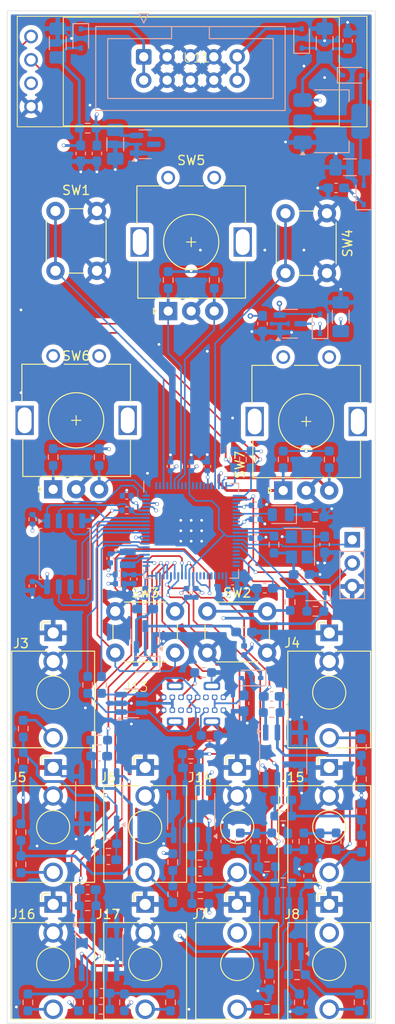
<source format=kicad_pcb>
(kicad_pcb (version 20241229) (generator "pcbnew") (generator_version "9.0")
  (layers (0 "F.Cu" signal) (4 "In1.Cu" signal) (6 "In2.Cu" signal) (2 "B.Cu" signal) (13 "F.Paste" user) (15 "B.Paste" user) (5 "F.SilkS" user "F.Silkscreen") (7 "B.SilkS" user "B.Silkscreen") (1 "F.Mask" user) (3 "B.Mask" user) (25 "Edge.Cuts" user))
  (net 0 "")
  (net 1 "+12V")
  (net 2 "GND")
  (net 3 "-12V")
  (net 4 "Net-(D16-K)")
  (net 5 "Net-(D12-A)")
  (net 6 "+3V3")
  (net 7 "+1V1")
  (net 8 "/-10V_REF")
  (net 9 "Net-(D15-A)")
  (net 10 "/VBUS")
  (net 11 "+5V")
  (net 12 "Net-(U1-VREG_AVDD)")
  (net 13 "/CV1")
  (net 14 "Net-(U6A--)")
  (net 15 "Net-(U1-XIN)")
  (net 16 "Net-(U8B-+)")
  (net 17 "Net-(U6B--)")
  (net 18 "/CV2")
  (net 19 "Net-(C35-Pad1)")
  (net 20 "Net-(C36-Pad1)")
  (net 21 "Net-(U9A--)")
  (net 22 "/CV3")
  (net 23 "/CV4")
  (net 24 "Net-(U9B--)")
  (net 25 "Net-(C40-Pad1)")
  (net 26 "Net-(U8A-+)")
  (net 27 "Net-(D10-A)")
  (net 28 "Net-(D11-K)")
  (net 29 "Net-(D6-K)")
  (net 30 "Net-(D6-A)")
  (net 31 "/D+")
  (net 32 "/D-")
  (net 33 "/CV1_JACK")
  (net 34 "/CV2_JACK")
  (net 35 "/CV3_JACK")
  (net 36 "/CV4_JACK")
  (net 37 "Net-(J7-PadT)")
  (net 40 "Net-(J8-PadT)")
  (net 41 "/VREG_LX")
  (net 42 "Net-(U13A--)")
  (net 43 "/QSPI_SS")
  (net 44 "/~{USB_BOOT}")
  (net 45 "/CV5")
  (net 46 "/RESET")
  (net 47 "/DP")
  (net 48 "/DM")
  (net 49 "Net-(U1-XOUT)")
  (net 50 "/ENC1A")
  (net 51 "/ENC1B")
  (net 52 "/ENC2B")
  (net 53 "/ENC2A")
  (net 54 "/ENC3B")
  (net 55 "/ENC3A")
  (net 56 "Net-(R33-Pad2)")
  (net 57 "Net-(U8B--)")
  (net 58 "/OUT1")
  (net 59 "/OUT2")
  (net 60 "Net-(U8A--)")
  (net 61 "Net-(R41-Pad1)")
  (net 62 "/SCL")
  (net 63 "/SDA")
  (net 64 "/SW1")
  (net 65 "/SW2")
  (net 66 "+3V3A")
  (net 67 "/CV6")
  (net 68 "/QSPI_SD3")
  (net 70 "Net-(U13B--)")
  (net 71 "/CV7")
  (net 72 "Net-(U14A--)")
  (net 73 "/QSPI_SD1")
  (net 74 "/CV8")
  (net 76 "Net-(U14B--)")
  (net 78 "unconnected-(U1-GPIO0-Pad77)")
  (net 82 "/CC2")
  (net 85 "unconnected-(U1-GPIO1-Pad78)")
  (net 86 "/QSPI_SCLK")
  (net 87 "/CC1")
  (net 89 "/CV5_JACK")
  (net 91 "/CV6_JACK")
  (net 92 "/QSPI_SD2")
  (net 96 "/CV7_JACK")
  (net 97 "/CV8_JACK")
  (net 101 "/QSPI_SD0")
  (net 104 "Net-(J2-Pin_1)")
  (net 109 "Net-(J2-Pin_2)")
  (footprint "Rotary_Encoder:RotaryEncoder_Alps_EC11E_Vertical_H20mm" (layer "F.Cu") (at 155.5 92 90)
    (property "Reference" "SW6")
    (property "Value" "RotaryEncoder")
  )
  (footprint "Button_Switch_THT:SW_PUSH_6mm_H13mm" (layer "F.Cu") (at 185.25 62 -90)
    (property "Reference" "SW4")
    (property "Value" "SW_Push")
  )
  (footprint "Button_Switch_THT:SW_PUSH_6mm_H13mm" (layer "F.Cu") (at 178.75 109.75 180)
    (property "Reference" "SW2")
    (property "Value" "SW_Push")
  )
  (footprint "Library:Jack_3.5mm_QingPu_WQP-PJ398SM_Vertical_CircularHoles_3D" (layer "F.Cu") (at 155.5 122.22)
    (property "Reference" "J5")
    (property "Value" "CV3")
  )
  (footprint "Library:Jack_3.5mm_QingPu_WQP-PJ398SM_Vertical_CircularHoles_3D" (layer "F.Cu") (at 165.5 122.22)
    (property "Reference" "J6")
    (property "Value" "CV4")
  )
  (footprint "Library:Jack_3.5mm_QingPu_WQP-PJ398SM_Vertical_CircularHoles_3D" (layer "F.Cu") (at 175.5 122.22)
    (property "Reference" "J14")
    (property "Value" "CV5")
  )
  (footprint "Library:Jack_3.5mm_QingPu_WQP-PJ398SM_Vertical_CircularHoles_3D" (layer "F.Cu") (at 155.5 107.6)
    (property "Reference" "J3")
    (property "Value" "CV1")
  )
  (footprint "Library:Jack_3.5mm_QingPu_WQP-PJ398SM_Vertical_CircularHoles_3D" (layer "F.Cu") (at 185.5 122.22)
    (property "Reference" "J15")
    (property "Value" "CV6")
  )
  (footprint "Library:Jack_3.5mm_QingPu_WQP-PJ398SM_Vertical_CircularHoles_3D" (layer "F.Cu") (at 175.5 137.1)
    (property "Reference" "J7")
    (property "Value" "OUT1")
  )
  (footprint "Library:UJ20-C-V-C-2-SMT-TR" (layer "F.Cu") (at 170.75 115.3)
    (property "Reference" "J13")
    (property "Value" "USB_C_Receptacle_USB2.0_16P")
  )
  (footprint "Library:Jack_3.5mm_QingPu_WQP-PJ398SM_Vertical_CircularHoles_3D" (layer "F.Cu") (at 185.5 137.1)
    (property "Reference" "J8")
    (property "Value" "OUT2")
  )
  (footprint "Button_Switch_THT:SW_PUSH_6mm_H13mm" (layer "F.Cu") (at 162.25 105.25)
    (property "Reference" "SW3")
    (property "Value" "SW_Push")
  )
  (footprint "Library:Jack_3.5mm_QingPu_WQP-PJ398SM_Vertical_CircularHoles_3D" (layer "F.Cu") (at 165.5 137.1)
    (property "Reference" "J17")
    (property "Value" "CV8")
  )
  (footprint "Library:Jack_3.5mm_QingPu_WQP-PJ398SM_Vertical_CircularHoles_3D" (layer "F.Cu") (at 185.5 107.6)
    (property "Reference" "J4")
    (property "Value" "CV2")
  )
  (footprint "Rotary_Encoder:RotaryEncoder_Alps_EC11E_Vertical_H20mm" (layer "F.Cu") (at 180.5 92.125 90)
    (property "Reference" "SW7")
    (property "Value" "RotaryEncoder")
  )
  (footprint "Library:OLED_0.91inch" (layer "F.Cu") (at 151.6 40.6)
    (property "Reference" "U11")
    (property "Value" "SSD1306")
  )
  (footprint "Rotary_Encoder:RotaryEncoder_Alps_EC11E_Vertical_H20mm" (layer "F.Cu") (at 168 72.625 90)
    (property "Reference" "SW5")
    (property "Value" "RotaryEncoder")
  )
  (footprint "Library:Jack_3.5mm_QingPu_WQP-PJ398SM_Vertical_CircularHoles_3D" (layer "F.Cu") (at 155.5 137.1)
    (property "Reference" "J16")
    (property "Value" "CV7")
  )
  (footprint "Button_Switch_THT:SW_PUSH_6mm_H13mm" (layer "F.Cu") (at 160.25 61.75 -90)
    (property "Reference" "SW1")
    (property "Value" "SW_Push")
  )
  (footprint "Diode_SMD:D_SOD-323" (layer "B.Cu") (at 189.25 60 90)
    (property "Reference" "D14" (hide yes))
    (property "Value" "1N5819WS")
  )
  (footprint "Resistor_SMD:R_0603_1608Metric_Pad0.98x0.95mm_HandSolder" (layer "B.Cu") (at 170.4585 120.7665 180)
    (property "Reference" "R28" (hide yes))
    (property "Value" "33k")
  )
  (footprint "Resistor_SMD:R_0603_1608Metric_Pad0.98x0.95mm_HandSolder" (layer "B.Cu") (at 171.8 111.9)
    (property "Reference" "R55" (hide yes))
    (property "Value" "5k1")
  )
  (footprint "Resistor_SMD:R_0603_1608Metric_Pad0.98x0.95mm_HandSolder" (layer "B.Cu") (at 177 88.75 90)
    (property "Reference" "R43" (hide yes))
    (property "Value" "2k2")
  )
  (footprint "Capacitor_SMD:C_0603_1608Metric_Pad1.08x0.95mm_HandSolder" (layer "B.Cu") (at 171.4585 133.5165)
    (property "Reference" "C45" (hide yes))
    (property "Value" "1n")
  )
  (footprint "Capacitor_SMD:C_1206_3216Metric_Pad1.33x1.80mm_HandSolder" (layer "B.Cu") (at 156 43.5 -90)
    (property "Reference" "C2" (hide yes))
    (property "Value" "22uF")
  )
  (footprint "Resistor_SMD:R_0603_1608Metric_Pad0.98x0.95mm_HandSolder" (layer "B.Cu") (at 189 120 90)
    (property "Reference" "R8" (hide yes))
    (property "Value" "100k")
  )
  (footprint "Package_TO_SOT_SMD:SOT-23-3" (layer "B.Cu") (at 165.5 108 90)
    (property "Reference" "U12" (hide yes))
    (property "Value" "XC6206P332MR")
  )
  (footprint "Resistor_SMD:R_0402_1005Metric" (layer "B.Cu") (at 153.25 95.25 90)
    (property "Reference" "R1" (hide yes))
    (property "Value" "10k")
  )
  (footprint "Resistor_SMD:R_0603_1608Metric_Pad0.98x0.95mm_HandSolder" (layer "B.Cu") (at 175.8335 130.25 90)
    (property "Reference" "R35" (hide yes))
    (property "Value" "3k9")
  )
  (footprint "Resistor_SMD:R_0603_1608Metric_Pad0.98x0.95mm_HandSolder" (layer "B.Cu") (at 171.5 135.25)
    (property "Reference" "R20" (hide yes))
    (property "Value" "100k")
  )
  (footprint "Capacitor_SMD:C_1206_3216Metric_Pad1.33x1.80mm_HandSolder" (layer "B.Cu") (at 186.75 73.25 90)
    (property "Reference" "C3" (hide yes))
    (property "Value" "22uF")
  )
  (footprint "Capacitor_SMD:C_0402_1005Metric" (layer "B.Cu") (at 175 102.75)
    (property "Reference" "C21" (hide yes))
    (property "Value" "100n")
  )
  (footprint "Capacitor_SMD:C_0603_1608Metric_Pad1.08x0.95mm_HandSolder" (layer "B.Cu") (at 161.5 132.25)
    (property "Reference" "C30" (hide yes))
    (property "Value" "1n")
  )
  (footprint "Package_SO:SO-8_3.9x4.9mm_P1.27mm" (layer "B.Cu") (at 180.5 121 -90)
    (property "Reference" "U9" (hide yes))
    (property "Value" "MCP6002-I-SN")
  )
  (footprint "Resistor_SMD:R_0603_1608Metric_Pad0.98x0.95mm_HandSolder" (layer "B.Cu") (at 168.25 147.75 -90)
    (property "Reference" "R50" (hide yes))
    (property "Value" "100k")
  )
  (footprint "Resistor_SMD:R_0603_1608Metric_Pad0.98x0.95mm_HandSolder" (layer "B.Cu") (at 180.5 134.75 180)
    (property "Reference" "R34" (hide yes))
    (property "Value" "200k")
  )
  (footprint "Resistor_SMD:R_0603_1608Metric_Pad0.98x0.95mm_HandSolder" (layer "B.Cu") (at 159.25 113.25 -90)
    (property "Reference" "R18" (hide yes))
    (property "Value" "27R")
  )
  (footprint "Capacitor_SMD:C_0603_1608Metric_Pad1.08x0.95mm_HandSolder" (layer "B.Cu") (at 170.4585 122.2665)
    (property "Reference" "C38" (hide yes))
    (property "Value" "1n")
  )
  (footprint "Resistor_SMD:R_0603_1608Metric_Pad0.98x0.95mm_HandSolder" (layer "B.Cu") (at 152 132.75 -90)
    (property "Reference" "R15" (hide yes))
    (property "Value" "100k")
  )
  (footprint "Resistor_SMD:R_0603_1608Metric_Pad0.98x0.95mm_HandSolder" (layer "B.Cu") (at 152 129.25 90)
    (property "Reference" "R14" (hide yes))
    (property "Value" "200k")
  )
  (footprint "Resistor_SMD:R_0603_1608Metric_Pad0.98x0.95mm_HandSolder" (layer "B.Cu") (at 178.75 133 180)
    (property "Reference" "R36" (hide yes))
    (property "Value" "100k")
  )
  (footprint "Capacitor_SMD:C_0603_1608Metric_Pad1.08x0.95mm_HandSolder" (layer "B.Cu") (at 181 130.25 90)
    (property "Reference" "C41" (hide yes))
    (property "Value" "10n")
  )
  (footprint "Capacitor_SMD:C_0603_1608Metric_Pad1.08x0.95mm_HandSolder" (layer "B.Cu") (at 180.5 125.75 180)
    (property "Reference" "C46" (hide yes))
    (property "Value" "1n")
  )
  (footprint "Capacitor_SMD:C_0603_1608Metric_Pad1.08x0.95mm_HandSolder" (layer "B.Cu") (at 186.25 59.25 180)
    (property "Reference" "C17" (hide yes))
    (property "Value" "100n")
  )
  (footprint "Package_TO_SOT_SMD:SOT-23-6" (layer "B.Cu") (at 164 115.25)
    (property "Reference" "U10" (hide yes))
    (property "Value" "USBLC6-2SC6")
  )
  (footprint "Resistor_SMD:R_0603_1608Metric_Pad0.98x0.95mm_HandSolder" (layer "B.Cu") (at 160.75 148.5)
    (property "Reference" "R54" (hide yes))
    (property "Value" "33k")
  )
  (footprint "Diode_SMD:D_SOD-323" (layer "B.Cu") (at 177 112.5 180)
    (property "Reference" "D9" (hide yes))
    (property "Value" "1N5819WS")
  )
  (footprint "Connector_IDC:IDC-Header_2x05_P2.54mm_Vertical" (layer "B.Cu") (at 165.34 45 -90)
    (property "Reference" "J1" (hide yes))
    (property "Value" "Eurorack Power")
  )
  (footprint "Resistor_SMD:R_0603_1608Metric_Pad0.98x0.95mm_HandSolder" (layer "B.Cu") (at 184 105.25)
    (property "Reference" "R16" (hide yes))
    (property "Value" "10k")
  )
  (footprint "Resistor_SMD:R_0603_1608Metric_Pad0.98x0.95mm_HandSolder" (layer "B.Cu") (at 182 144.75 180)
    (property "Reference" "R41" (hide yes))
    (property "Value" "200k")
  )
  (footprint "Capacitor_SMD:C_0603_1608Metric_Pad1.08x0.95mm_HandSolder" (layer "B.Cu") (at 184.5 130.25 -90)
    (property "Reference" "C40" (hide yes))
    (property "Value" "4n7")
  )
  (footprint "Diode_SMD:D_SOD-323" (layer "B.Cu") (at 188 47)
    (property "Reference" "D12" (hide yes))
    (property "Value" "1N5819WS")
  )
  (footprint "Package_SO:SO-8_3.9x4.9mm_P1.27mm" (layer "B.Cu") (at 160.5 142 -90)
    (property "Reference" "U14" (hide yes))
    (property "Value" "MCP6002-I-SN")
  )
  (footprint "Capacitor_SMD:C_0402_1005Metric" (layer "B.Cu") (at 163.5 92.7 180)
    (property "Reference" "C26" (hide yes))
    (property "Value" "100n")
  )
  (footprint "Capacitor_SMD:C_0402_1005Metric" (layer "B.Cu") (at 170.5 89.5 90)
    (property "Reference" "C8" (hide yes))
    (property "Value" "100n")
  )
  (footprint "Capacitor_SMD:C_0402_1005Metric" (layer "B.Cu") (at 165.5 103.25 -90)
    (property "Reference" "C19" (hide yes))
    (property "Value" "100n")
  )
  (footprint "LED_SMD:LED_0805_2012Metric" (layer "B.Cu") (at 180.25 94.75 180)
    (property "Reference" "D6" (hide yes))
    (property "Value" "C2290")
  )
  (footprint "Capacitor_SMD:C_0603_1608Metric_Pad1.08x0.95mm_HandSolder" (layer "B.Cu") (at 160.75 146.75 180)
    (property "Reference" "C48" (hide yes))
    (property "Value" "1n")
  )
  (footprint "Resistor_SMD:R_0603_1608Metric_Pad0.98x0.95mm_HandSolder" (layer "B.Cu") (at 168.5 136 -90)
    (property "Reference" "R22" (hide yes))
    (property "Value" "100k")
  )
  (footprint "Resistor_SMD:R_0603_1608Metric_Pad0.98x0.95mm_HandSolder" (layer "B.Cu") (at 179.5 98 -90)
    (property "Reference" "R23" (hide yes))
    (property "Value" "1k")
  )
  (footprint "Resistor_SMD:R_0603_1608Metric_Pad0.98x0.95mm_HandSolder" (layer "B.Cu") (at 152.25 121.5 -90)
    (property "Reference" "R2" (hide yes))
    (property "Value" "200k")
  )
  (footprint "Package_TO_SOT_SMD:SOT-23-3" (layer "B.Cu") (at 181.25 74)
    (property "Reference" "U5" (hide yes))
    (property "Value" "XC6206P332MR")
  )
  (footprint "Resistor_SMD:R_0603_1608Metric_Pad0.98x0.95mm_HandSolder" (layer "B.Cu") (at 184 95 180)
    (property "Reference" "R24" (hide yes))
    (property "Value" "1k")
  )
  (footprint "Capacitor_SMD:C_0402_1005Metric" (layer "B.Cu") (at 177.5 95.25)
    (property "Reference" "C22" (hide yes))
    (property "Value" "100n")
  )
  (footprint "Diode_SMD:D_SOD-323" (layer "B.Cu") (at 158.5 43 -90)
    (property "Reference" "D11" (hide yes))
    (property "Value" "1N5819WS")
  )
  (footprint "Resistor_SMD:R_0603_1608Metric_Pad0.98x0.95mm_HandSolder" (layer "B.Cu") (at 180.5 88.75 90)
    (property "Reference" "R32" (hide yes))
    (property "Value" "10k")
  )
  (footprint "Crystal:Crystal_SMD_3225-4Pin_3.2x2.5mm" (layer "B.Cu") (at 182.25 98.25 -90)
    (property "Reference" "Y1" (hide yes))
    (property "Value" "ABM8-272-T3")
  )
  (footprint "Resistor_SMD:R_0603_1608Metric_Pad0.98x0.95mm_HandSolder" (layer "B.Cu") (at 182.75 130.25 90)
    (property "Reference" "R39" (hide yes))
    (property "Value" "3k9")
  )
  (footprint "Capacitor_SMD:C_1206_3216Metric_Pad1.33x1.80mm_HandSolder" (layer "B.Cu") (at 185 43.5 90)
    (property "Reference" "C1" (hide yes))
    (property "Value" "22uF")
  )
  (footprint "Capacitor_SMD:C_1206_3216Metric_Pad1.33x1.80mm_HandSolder" (layer "B.Cu") (at 187.75 57 180)
    (property "Reference" "C4" (hide yes))
    (property "Value" "22uF")
  )
  (footprint "Capacitor_SMD:C_0603_1608Metric_Pad1.08x0.95mm_HandSolder" (layer "B.Cu") (at 160.25 55.5 -90)
    (property "Reference" "C13" (hide yes))
    (property "Value" "100n")
  )
  (footprint "Resistor_SMD:R_0603_1608Metric_Pad0.98x0.95mm_HandSolder" (layer "B.Cu") (at 163.25 147.75 -90)
    (property "Reference" "R49" (hide yes))
    (property "Value" "200k")
  )
  (footprint "Package_SO:SO-8_3.9x4.9mm_P1.27mm" (layer "B.Cu") (at 160.5 125.75 90)
    (property "Reference" "U6" (hide yes))
    (property "Value" "MCP6002-I-SN")
  )
  (footprint "Library:RP2350-QFN-80-1EP_10x10_P0.4mm_EP3.4x3.4mm_ThermalVias" (layer "B.Cu") (at 170.5 96.5 -90)
    (property "Reference" "U1" (hide yes))
    (property "Value" "RP2350_80QFN")
  )
  (footprint "Resistor_SMD:R_0603_1608Metric_Pad0.98x0.95mm_HandSolder" (layer "B.Cu") (at 159.25 52.75)
    (property "Reference" "R13" (hide yes))
    (property "Value" "2k")
  )
  (footprint "Resistor_SMD:R_0603_1608Metric_Pad0.98x0.95mm_HandSolder" (layer "B.Cu") (at 180.5 127.5)
    (property "Reference" "R52" (hide yes))
    (property "Value" "33k")
  )
  (footprint "Resistor_SMD:R_0603_1608Metric_Pad0.98x0.95mm_HandSolder" (layer "B.Cu") (at 179.25 130.25 -90)
    (property "Reference" "R37" (hide yes))
    (property "Value" "3k9")
  )
  (footprint "Resistor_SMD:R_0603_1608Metric_Pad0.98x0.95mm_HandSolder" (layer "B.Cu") (at 168 69.25 90)
    (property "Reference" "R25" (hide yes))
    (property "Value" "10k")
  )
  (footprint "Capacitor_SMD:C_0603_1608Metric_Pad1.08x0.95mm_HandSolder" (layer "B.Cu") (at 176.25 107.5)
    (property "Reference" "C51" (hide yes))
    (property "Value" "100n")
  )
  (footprint "Resistor_SMD:R_0603_1608Metric_Pad0.98x0.95mm_HandSolder" (layer "B.Cu") (at 160.5 119.25 180)
    (property "Reference" "R27" (hide yes))
    (property "Value" "33k")
  )
  (footprint "Capacitor_SMD:C_0603_1608Metric_Pad1.08x0.95mm_HandSolder" (layer "B.Cu") (at 187.5 43.25 90)
    (property "Reference" "C5" (hide yes))
    (property "Value" "100n")
  )
  (footprint "Diode_SMD:D_SOD-323" (layer "B.Cu") (at 184.5 74 90)
    (property "Reference" "D13" (hide yes))
    (property "Value" "1N5819WS")
  )
  (footprint "Resistor_SMD:R_0603_1608Metric_Pad0.98x0.95mm_HandSolder" (layer "B.Cu") (at 182.25 147.75 -90)
    (property "Reference" "R40" (hide yes))
    (property "Value" "100k")
  )
  (footprint "Resistor_SMD:R_0603_1608Metric_Pad0.98x0.95mm_HandSolder" (layer "B.Cu") (at 159.25 137.25)
    (property "Reference" "R53" (hide yes))
    (property "Value" "33k")
  )
  (footprint "Resistor_SMD:R_0603_1608Metric_Pad0.98x0.95mm_HandSolder" (layer "B.Cu") (at 186.25 130.25 -90)
    (property "Reference" "R38" (hide yes))
    (property "Value" "3k9")
  )
  (footprint "Resistor_SMD:R_0603_1608Metric_Pad0.98x0.95mm_HandSolder" (layer "B.Cu") (at 185.5 88.75 90)
    (property "Reference" "R31" (hide yes))
    (property "Value" "10k")
  )
  (footprint "Diode_SMD:D_SOD-323" (layer "B.Cu") (at 182.5 43 90)
    (property "Reference" "D10" (hide yes))
    (property "Value" "1N5819WS")
  )
  (footprint "Package_SO:SOIC-8_5.3x5.3mm_P1.27mm" (layer "B.Cu") (at 156.75 99 -90)
    (property "Reference" "U4" (hide yes))
    (property "Value" "W25Q128JVS")
  )
  (footprint "Package_SO:SO-8_3.9x4.9mm_P1.27mm" (layer "B.Cu") (at 170.5 127 90)
    (property "Reference" "U13" (hide yes))
    (property "Value" "MCP6002-I-SN")
  )
  (footprint "Inductor_SMD:L_0402_1005Metric" (layer "B.Cu") (at 176.25 109.5 90)
    (property "Reference" "FB1" (hide yes))
    (property "Value" "BLM15H")
  )
  (footprint "Resistor_SMD:R_0603_1608Metric_Pad0.98x0.95mm_HandSolder" (layer "B.Cu") (at 171.5 137)
    (property "Reference" "R11" (hide yes))
    (property "Value" "200k")
  )
  (footprint "Capacitor_SMD:C_0603_1608Metric_Pad1.08x0.95mm_HandSolder" (layer "B.Cu") (at 185 98 -90)
    (property "Reference" "C31" (hide yes))
    (property "Value" "33p")
  )
  (footprint "Capacitor_SMD:C_0603_1608Metric_Pad1.08x0.95mm_HandSolder" (layer "B.Cu") (at 177.5 130.25 -90)
    (property "Reference" "C36" (hide yes))
    (property "Value" "4n7")
  )
  (footprint "Capacitor_SMD:C_0402_1005Metric" (layer "B.Cu") (at 162.75 102.25)
    (property "Reference" "C7" (hide yes))
    (property "Value" "4.7u")
  )
  (footprint "Capacitor_SMD:C_0402_1005Metric" (layer "B.Cu") (at 171 103.25 -90)
    (property "Reference" "C20" (hide yes))
    (property "Value" "100n")
  )
  (footprint "Capacitor_SMD:C_0402_1005Metric" (layer "B.Cu") (at 177.5 93.75)
    (property "Reference" "C23" (hide yes))
    (property "Value" "100n")
  )
  (footprint "Capacitor_SMD:C_0603_1608Metric_Pad1.08x0.95mm_HandSolder" (layer "B.Cu") (at 160.5 121)
    (property "Reference" "C37" (hide yes))
    (property "Value" "1n")
  )
  (footprint "Resistor_SMD:R_0603_1608Metric_Pad0.98x0.95mm_HandSolder" (layer "B.Cu") (at 168.5 132.5 90)
    (property "Reference" "R21" (hide yes))
    (property "Value" "200k")
  )
  (footprint "Capacitor_SMD:C_0603_1608Metric_Pad1.08x0.95mm_HandSolder" (layer "B.Cu") (at 165.5 105 180)
    (property "Reference" "C44" (hide yes))
    (property "Value" "4u7F")
  )
  (footprint "Package_SO:SOIC-8_3.9x4.9mm_P1.27mm" (layer "B.Cu") (at 180.5 139.75 90)
    (property "Reference" "U8" (hide yes))
    (property "Value" "TL072")
  )
  (footprint "Resistor_SMD:R_0603_1608Metric_Pad0.98x0.95mm_HandSolder" (layer "B.Cu") (at 189 127 90)
    (property "Reference" "R45" (hide yes))
    (property "Value" "200k")
  )
  (footprint "Resistor_SMD:R_0603_1608Metric_Pad0.98x0.95mm_HandSolder" (layer "B.Cu") (at 161.5 130.5 180)
    (property "Reference" "R5" (hide yes))
    (property "Value" "33k")
  )
  (footprint "Package_TO_SOT_SMD:SOT-223-3_TabPin2" (layer "B.Cu") (at 185.75 52)
    (property "Reference" "U2" (hide yes))
    (property "Value" "AMS1117-5.0")
  )
  (footprint "Capacitor_SMD:C_0402_1005Metric" (layer "B.Cu") (at 168.25 89.5 90)
    (property "Reference" "C25" (hide yes))
    (property "Value" "100n")
  )
  (footprint "Resistor_SMD:R_0603_1608Metric_Pad0.98x0.95mm_HandSolder" (layer "B.Cu") (at 160.75 113.25 90)
    (property "Reference" "R19" (hide yes))
    (property "Value" "27R")
  )
  (footprint "Resistor_SMD:R_0603_1608Metric_Pad0.98x0.95mm_HandSolder" (layer "B.Cu") (at 175.24 88.75 90)
    (property "Reference" "R44" (hide yes))
    (property "Value" "2k2")
  )
  (footprint "Library:L_pol_2016" (layer "B.Cu") (at 163.608211 99.5 -90)
    (property "Reference" "L1" (hide yes))
    (property "Value" "AOTA-B201610S3R3-101-T")
  )
  (footprint "Resistor_SMD:R_0402_1005Metric" (layer "B.Cu") (at 162.75 101.25)
    (property "Reference" "R3" (hide yes))
    (property "Value" "33")
  )
  (footprint "Capacitor_SMD:C_0603_1608Metric_Pad1.08x0.95mm_HandSolder" (layer "B.Cu") (at 158.5 55.5 -90)
    (property "Reference" "C11" (hide yes))
    (property "Value" "100n")
  )
  (footprint "Capacitor_SMD:C_1206_3216Metric_Pad1.33x1.80mm_HandSolder" (layer "B.Cu") (at 162.25 54.5 -90)
    (property "Reference" "C12" (hide yes))
    (property "Value" "22uF")
  )
  (footprint "Resistor_SMD:R_0402_1005Metric" (layer "B.Cu") (at 163.501564 94.280468 180)
    (property "Reference" "R6" (hide yes))
    (property "Value" "1k")
  )
  (footprint "Capacitor_SMD:C_0402_1005Metric" (layer "B.Cu") (at 161.7 99.5 -90)
    (property "Reference" "C9" (hide yes))
    (property "Value" "4.7u")
  )
  (footprint "Connector_PinHeader_2.54mm:PinHeader_1x03_P2.54mm_Vertical" (layer "B.Cu") (at 188 97.475 180)
    (property "Reference" "J2" (hide yes))
    (property "Value" "Conn_01x03")
  )
  (footprint "Capacitor_SMD:C_0603_1608Metric_Pad1.08x0.95mm_HandSolder" (layer "B.Cu") (at 176.25 115.25 -90)
    (property "Reference" "C16" (hide yes))
    (property "Value" "4u7F")
  )
  (footprint "Capacitor_SMD:C_0402_1005Metric" (layer "B.Cu") (at 177.5 97.3)
    (property "Reference" "C10" (hide yes))
    (property "Value" "4.7u")
  )
  (footprint "Diode_SMD:D_SOD-323" (layer "B.Cu") (at 184 103.25 180)
    (property "Reference" "D15" (hide yes))
    (property "Value" "1N5819WS")
  )
  (footprint "Resistor_SMD:R_0603_1608Metric_Pad0.98x0.95mm_HandSolder" (layer "B.Cu") (at 160.5 88.5 90)
    (property "Reference" "R29" (hide yes))
    (property "Value" "10k")
  )
  (footprint "Capacitor_SMD:C_0402_1005Metric" (layer "B.Cu") (at 164.25 101.75 -90)
    (property "Reference" "C28" (hide yes))
    (property "Value" "4.7u")
  )
  (footprint "Package_TO_SOT_SMD:SOT-23" (layer "B.Cu") (at 165.5 54.5)
    (property "Reference" "U7" (hide yes))
    (property "Value" "LM4040DBZ-10")
  )
  (footprint "Capacitor_SMD:C_0603_1608Metric_Pad1.08x0.95mm_HandSolder" (layer "B.Cu") (at 174.25 130.25 90)
    (property "Reference" "C32" (hide yes))
    (property "Value" "10n")
  )
  (footprint "Capacitor_SMD:C_0603_1608Metric_Pad1.08x0.95mm_HandSolder" (layer "B.Cu") (at 179.25 114.5 180)
    (property "Reference" "C34" (hide yes))
    (property "Value" "1n")
  )
  (footprint "Capacitor_SMD:C_0603_1608Metric_Pad1.08x0.95mm_HandSolder" (layer "B.Cu") (at 159.25 135.5 180)
    (property "Reference" "C47" (hide yes))
    (property "Value" "1n")
  )
  (footprint "Resistor_SMD:R_0603_1608Metric_Pad0.98x0.95mm_HandSolder" (layer "B.Cu") (at 189 130.5 -90)
    (property "Reference" "R46" (hide yes))
    (property "Value" "100k")
  )
  (footprint "Resistor_SMD:R_0603_1608Metric_Pad0.98x0.95mm_HandSolder" (layer "B.Cu") (at 171.4585 131.7665 180)
    (property "Reference" "R51" (hide yes))
    (property "Value" "33k")
  )
  (footprint "Resistor_SMD:R_0603_1608Metric_Pad0.98x0.95mm_HandSolder" (layer "B.Cu") (at 188.75 147.75 90)
    (property "Reference" "R42" (hide yes))
    (property "Value" "1k")
  )
  (footprint "Capacitor_SMD:C_0402_1005Metric" (layer "B.Cu") (at 153.25 102.5 -90)
    (property "Reference" "C15" (hide yes))
    (property "Value" "100n")
  )
  (footprint "Capacitor_SMD:C_0402_1005Metric" (layer "B.Cu") (at 170 103.25 -90)
    (property "Reference" "C18" (hide yes))
    (property "Value" "100n")
  )
  (footprint "Resistor_SMD:R_0603_1608Metric_Pad0.98x0.95mm_HandSolder" (layer "B.Cu") (at 173 69.25 90)
    (property "Reference" "R26" (hide yes))
    (property "Value" "10k")
  )
  (footprint "Resistor_SMD:R_0603_1608Metric_Pad0.98x0.95mm_HandSolder" (layer "B.Cu") (at 181.25 104.25 90)
    (property "Reference" "R17" (hide yes))
    (property "Value" "330R")
  )
  (footprint "Resistor_SMD:R_0603_1608Metric_Pad0.98x0.95mm_HandSolder" (layer "B.Cu") (at 152.25 118 90)
    (property "Reference" "R4" (hide yes))
    (property "Value" "100k")
  )
  (footprint "Resistor_SMD:R_0603_1608Metric_Pad0.98x0.95mm_HandSolder" (layer "B.Cu") (at 155.5 88.5 90)
    (property "Reference" "R30" (hide yes))
    (property "Value" "10k")
  )
  (footprint "Diode_SMD:D_SOD-323" (layer "B.Cu") (at 165.5 111 180)
    (property "Reference" "D16" (hide yes))
    (property "Value" "1N5819WS")
  )
  (footprint "Capacitor_SMD:C_0603_1608Metric_Pad1.08x0.95mm_HandSolder" (layer "B.Cu") (at 179 145.5 90)
    (property "Reference" "C43" (hide yes))
    (property "Value" "100n")
  )
  (footprint "Capacitor_SMD:C_0603_1608Metric_Pad1.08x0.95mm_HandSolder" (layer "B.Cu") (at 178.5 102.75 180)
    (property "Reference" "C14" (hide yes))
    (property "Value" "100n")
  )
  (footprint "Resistor_SMD:R_0603_1608Metric_Pad0.98x0.95mm_HandSolder" (layer "B.Cu") (at 152.75 147.75 -90)
    (property "Reference" "R48" (hide yes))
    (property "Value" "100k")
  )
  (footprint "Resistor_SMD:R_0603_1608Metric_Pad0.98x0.95mm_HandSolder" (layer "B.Cu") (at 179.25 116.25)
    (property "Reference" "R12" (hide yes))
    (property "Value" "33k")
  )
  (footprint "Capacitor_SMD:C_0603_1608Metric_Pad1.08x0.95mm_HandSolder" (layer "B.Cu") (at 183.25 134 90)
    (property "Reference" "C42" (hide yes))
    (property "Value" "100n")
  )
  (footprint "Capacitor_SMD:C_0603_1608Metric_Pad1.08x0.95mm_HandSolder" (layer "B.Cu") (at 182.5 101.25)
    (property "Reference" "C35" (hide yes))
    (property "Value" "33p")
  )
  (footprint "Capacitor_SMD:C_0603_1608Metric_Pad1.08x0.95mm_HandSolder" (layer "B.Cu") (at 178.25 74 -90)
    (property "Reference" "C29" (hide yes))
    (property "Value" "4u7F")
  )
  (footprint "Resistor_SMD:R_0603_1608Metric_Pad0.98x0.95mm_HandSolder" (layer "B.Cu") (at 189 123.5 -90)
    (property "Reference" "R7" (hide yes))
    (property "Value" "200k")
  )
  (footprint "Capacitor_SMD:C_0402_1005Metric" (layer "B.Cu") (at 166.75 103.25 -90)
    (property "Reference" "C27" (hide yes))
    (property "Value" "100n")
  )
  (footprint "Resistor_SMD:R_0603_1608Metric_Pad0.98x0.95mm_HandSolder" (layer "B.Cu") (at 178.75 148.5)
    (property "Reference" "R33" (hide yes))
    (property "Value" "1k")
  )
  (footprint "Capacitor_SMD:C_0402_1005Metric" (layer "B.Cu") (at 172.25 89.5 90)
    (property "Reference" "C24" (hide yes))
    (property "Value" "100n")
  )
  (footprint "Resistor_SMD:R_0603_1608Metric_Pad0.98x0.95mm_HandSolder" (layer "B.Cu") (at 172.5 118.75)
    (property "Reference" "R56" (hide yes))
    (property "Value" "5k1")
  )
  (footprint "Resistor_SMD:R_0603_1608Metric_Pad0.98x0.95mm_HandSolder" (layer "B.Cu") (at 158.25 147.75 -90)
    (property "Reference" "R47" (hide yes))
    (property "Value" "200k")
  )
  (gr_rect (start 150.5 40) (end 190.5 150) (stroke (width 0.05)) (fill no) (layer "Edge.Cuts"))
  (via (at 184.5 49.75) (size 0.4) (drill 0.3) (layers "F.Cu" "B.Cu") (net 1))
  (via (at 184.5 135.25) (size 0.4) (drill 0.3) (layers "F.Cu" "B.Cu") (net 1))
  (segment (start 182.405 137.275) (end 182.405 135.7075) (width 0.3) (layer "B.Cu") (net 1))
  (segment (start 184.1125 134.8625) (end 184.5 135.25) (width 0.3) (layer "B.Cu") (net 1))
  (segment (start 182.6 49.7) (end 182.6 47.4625) (width 0.3) (layer "B.Cu") (net 1))
  (segment (start 187.5 44.1125) (end 185.95 44.1125) (width 0.3) (layer "B.Cu") (net 1))
  (segment (start 183.25 134.8625) (end 184.1125 134.8625) (width 0.3) (layer "B.Cu") (net 1))
  (segment (start 182.5 44.05) (end 183.9875 44.05) (width 0.3) (layer "B.Cu") (net 1))
  (segment (start 182.6 47.4625) (end 185 45.0625) (width 0.3) (layer "B.Cu") (net 1))
  (segment (start 183.9875 44.05) (end 185 45.0625) (width 0.3) (layer "B.Cu") (net 1))
  (segment (start 184.45 49.7) (end 184.5 49.75) (width 0.3) (layer "B.Cu") (net 1))
  (segment (start 185.95 44.1125) (end 185 45.0625) (width 0.3) (layer "B.Cu") (net 1))
  (segment (start 186.95 47) (end 186.9375 47) (width 0.3) (layer "B.Cu") (net 1))
  (segment (start 186.9375 47) (end 185 45.0625) (width 0.3) (layer "B.Cu") (net 1))
  (segment (start 182.6 49.7) (end 184.45 49.7) (width 0.3) (layer "B.Cu") (net 1))
  (segment (start 182.405 135.7075) (end 183.25 134.8625) (width 0.3) (layer "B.Cu") (net 1))
  (via (at 168.25 88.25) (size 0.4) (drill 0.3) (layers "F.Cu" "B.Cu") (net 2))
  (via (at 178.698517 93.641483) (size 0.4) (drill 0.3) (layers "F.Cu" "B.Cu") (net 2))
  (via (at 157.5 43) (size 0.4) (drill 0.3) (layers "F.Cu" "B.Cu") (net 2))
  (via (at 182.25 133.25) (size 0.4) (drill 0.3) (layers "F.Cu" "B.Cu") (net 2))
  (via (at 151.5 148.25) (size 0.4) (drill 0.3) (layers "F.Cu" "B.Cu") (net 2))
  (via (at 167.5 108.5) (size 0.4) (drill 0.3) (layers "F.Cu" "B.Cu") (net 2))
  (via (at 159.8 95.1) (size 0.4) (drill 0.3) (layers "F.Cu" "B.Cu") (net 2))
  (via (at 167 76.25) (size 0.4) (drill 0.3) (layers "F.Cu" "B.Cu") (net 2))
  (via (at 182.5 116.75) (size 0.4) (drill 0.3) (layers "F.Cu" "B.Cu") (net 2))
  (via (at 165.75 90.25) (size 0.4) (drill 0.3) (layers "F.Cu" "B.Cu") (net 2))
  (via (at 161.5 100.75) (size 0.4) (drill 0.3) (layers "F.Cu" "B.Cu") (net 2))
  (via (at 170.5 128) (size 0.4) (drill 0.3) (layers "F.Cu" "B.Cu") (net 2))
  (via (at 162.5 143) (size 0.4) (drill 0.3) (layers "F.Cu" "B.Cu") (net 2))
  (via (at 185.774632 94.097404) (size 0.4) (drill 0.3) (layers "F.Cu" "B.Cu") (net 2))
  (via (at 185 47.25) (size 0.4) (drill 0.3) (layers "F.Cu" "B.Cu") (net 2))
  (via (at 170.5 88.25) (size 0.4) (drill 0.3) (layers "F.Cu" "B.Cu") (net 2))
  (via (at 162.5 137.75) (size 0.4) (drill 0.3) (layers "F.Cu" "B.Cu") (net 2))
  (via (at 180.385939 97.139605) (size 0.4) (drill 0.3) (layers "F.Cu" "B.Cu") (net 2))
  (via (at 182.5 125) (size 0.4) (drill 0.3) (layers "F.Cu" "B.Cu") (net 2))
  (via (at 186.75 70.25) (size 0.6) (drill 0.3) (layers "F.Cu" "B.Cu") (net 2))
  (via (at 181.406738 74.943532) (size 0.6) (drill 0.3) (layers "F.Cu" "B.Cu") (net 2))
  (via (at 177.087018 74.85227) (size 0.6) (drill 0.3) (layers "F.Cu" "B.Cu") (net 2))
  (via (at 158 130) (size 0.4) (drill 0.3) (layers "F.Cu" "B.Cu") (net 2))
  (via (at 184.25 59.25) (size 0.4) (drill 0.3) (layers "F.Cu" "B.Cu") (net 2))
  (via (at 182.75 46) (size 0.4) (drill 0.3) (layers "F.Cu" "B.Cu") (net 2))
  (via (at 163.5 92.1) (size 0.4) (drill 0.3) (layers "F.Cu" "B.Cu") (net 2))
  (via (at 180.75 54.25) (size 0.4) (drill 0.3) (layers "F.Cu" "B.Cu") (net 2))
  (via (at 177.75 146.5) (size 0.4) (drill 0.3) (layers "F.Cu" "B.Cu") (net 2))
  (via (at 164 115.25) (size 0.4) (drill 0.3) (layers "F.Cu" "B.Cu") (net 2))
  (via (at 184.5 101.25) (size 0.4) (drill 0.3) (layers "F.Cu" "B.Cu") (net 2))
  (via (at 176.5 102.75) (size 0.4) (drill 0.3) (layers "F.Cu" "B.Cu") (net 2))
  (via (at 186.25 55.5) (size 0.4) (drill 0.3) (layers "F.Cu" "B.Cu") (net 2))
  (via (at 185 43.25) (size 0.4) (drill 0.3) (layers "F.Cu" "B.Cu") (net 2))
  (via (at 152 72.5) (size 0.4) (drill 0.3) (layers "F.Cu" "B.Cu") (net 2))
  (via (at 171.5 66) (size 0.4) (drill 0.3) (layers "F.Cu" "B.Cu") (net 2))
  (via (at 153.25 103.75) (size 0.4) (drill 0.3) (layers "F.Cu" "B.Cu") (net 2))
  (via (at 164.717388 103.863464) (size 0.4) (drill 0.3) (layers "F.Cu" "B.Cu") (net 2))
  (via (at 159.5 50.25) (size 0.4) (drill 0.3) (layers "F.Cu" "B.Cu") (net 2))
  (via (at 153.75 130.75) (size 0.4) (drill 0.3) (layers "F.Cu" "B.Cu") (net 2))
  (via (at 162.25 57.25) (size 0.4) (drill 0.3) (layers "F.Cu" "B.Cu") (net 2))
  (via (at 163.55 103) (size 0.4) (drill 0.3) (layers "F.Cu" "B.Cu") (net 2))
  (via (at 173.881518 128.174397) (size 0.4) (drill 0.3) (layers "F.Cu" "B.Cu") (net 2))
  (via (at 160.25 57.5) (size 0.4) (drill 0.3) (layers "F.Cu" "B.Cu") (net 2))
  (via (at 181.25 148.75) (size 0.4) (drill 0.3) (layers "F.Cu" "B.Cu") (net 2))
  (via (at 170.25 148.5) (size 0.4) (drill 0.3) (layers "F.Cu" "B.Cu") (net 2))
  (via (at 178.5 95.75) (size 0.4) (drill 0.3) (layers "F.Cu" "B.Cu") (net 2))
  (via (at 178.625 97.200556) (size 0.4) (drill 0.3) (layers "F.Cu" "B.Cu") (net 2))
  (via (at 182.75 66) (size 0.4) (drill 0.3) (layers "F.Cu" "B.Cu") (net 2))
  (via (at 164.5 56.25) (size 0.4) (drill 0.3) (layers "F.Cu" "B.Cu") (net 2))
  (via (at 187.5 41.25) (size 0.4) (drill 0.3) (layers "F.Cu" "B.Cu") (net 2))
  (via (at 152 81.5) (size 0.4) (drill 0.3) (layers "F.Cu" "B.Cu") (net 2))
  (via (at 178.5 66) (size 0.4) (drill 0.3) (layers "F.Cu" "B.Cu") (net 2))
  (via (at 180.5 128.5) (size 0.4) (drill 0.3) (layers "F.Cu" "B.Cu") (net 2))
  (via (at 184.5 132.25) (size 0.4) (drill 0.3) (layers "F.Cu" "B.Cu") (net 2))
  (via (at 164 117.5) (size 0.4) (drill 0.3) (layers "F.Cu" "B.Cu") (net 2))
  (via (at 185 100) (size 0.4) (drill 0.3) (layers "F.Cu" "B.Cu") (net 2))
  (via (at 172.247424 88.223591) (size 0.4) (drill 0.3) (layers "F.Cu" "B.Cu") (net 2))
  (via (at 181.25 117) (size 0.4) (drill 0.3) (layers "F.Cu" "B.Cu") (net 2))
  (via (at 172.25 77) (size 0.4) (drill 0.3) (layers "F.Cu" "B.Cu") (net 2))
  (via (at 184.25 100) (size 0.4) (drill 0.3) (layers "F.Cu" "B.Cu") (net 2))
  (via (at 158.5 57.5) (size 0.4) (drill 0.3) (layers "F.Cu" "B.Cu") (net 2))
  (via (at 167.5 130.5) (size 0.4) (drill 0.3) (layers "F.Cu" "B.Cu") (net 2))
  (via (at 164.25 103) (size 0.4) (drill 0.3) (layers "F.Cu" "B.Cu") (net 2))
  (via (at 176.593008 117.411151) (size 0.4) (drill 0.3) (layers "F.Cu" "B.Cu") (net 2))
  (via (at 159 115.75) (size 0.4) (drill 0.3) (layers "F.Cu" "B.Cu") (net 2))
  (via (at 178.4 133.9) (size 0.4) (drill 0.3) (layers "F.Cu" "B.Cu") (net 2))
  (via (at 166.5 100) (size 0.4) (drill 0.3) (layers "F.Cu" "B.Cu") (net 2))
  (via (at 175 84.25) (size 0.4) (drill 0.3) (layers "F.Cu" "B.Cu") (net 2))
  (via (at 161.25 138) (size 0.4) (drill 0.3) (layers "F.Cu" "B.Cu") (net 2))
  (segment (start 181.4 97.15) (end 180.396334 97.15) (width 0.2) (layer "B.Cu") (net 2))
  (segment (start 156.4375 41.9375) (end 157.5 43) (width 0.18) (layer "B.Cu") (net 2))
  (segment (start 178 95.25) (end 178.5 95.75) (width 0.2) (layer "B.Cu") (net 2))
  (segment (start 159.4875 95.4125) (end 159.8 95.1) (width 0.3) (layer "B.Cu") (net 2))
  (segment (start 184.9125 94.959536) (end 185.774632 94.097404) (width 0.3) (layer "B.Cu") (net 2))
  (segment (start 183.1 99.35) (end 183.6 99.35) (width 0.2) (layer "B.Cu") (net 2))
  (segment (start 177.8375 131.45) (end 177.8375 133) (width 0.3) (layer "B.Cu") (net 2))
  (segment (start 170.5 89.02) (end 170.5 88.25) (width 0.2) (layer "B.Cu") (net 2))
  (segment (start 186.1875 57) (end 186.1875 55.5625) (width 0.2) (layer "B.Cu") (net 2))
  (segment (start 167.925 129.575) (end 167.5 130) (width 0.2) (layer "B.Cu") (net 2))
  (segment (start 183.3625 101.25) (end 184.5 101.25) (width 0.2) (layer "B.Cu") (net 2))
  (segment (start 166.395 124.425) (end 165.5 125.32) (width 0.25) (layer "B.Cu") (net 2))
  (segment (start 173.4125 118.75) (end 173.4125 117.8925) (width 0.2) (layer "B.Cu") (net 2))
  (segment (start 180.1125 74.95) (end 180.1125 74.8875) (width 0.2) (layer "B.Cu") (net 2))
  (segment (start 168.595 129.575) (end 167.925 129.575) (width 0.2) (layer "B.Cu") (net 2))
  (segment (start 167.5 130) (end 167.5 130.5) (width 0.2) (layer "B.Cu") (net 2))
  (segment (start 186.1875 55.5625) (end 186.25 55.5) (width 0.2) (layer "B.Cu") (net 2))
  (segment (start 168.595 124.425) (end 166.395 124.425) (width 0.25) (layer "B.Cu") (net 2))
  (segment (start 162.25 56.0625) (end 162.25 57.25) (width 0.2) (layer "B.Cu") (net 2))
  (segment (start 172.7125 113.3325) (end 172.75 113.37) (width 0.2) (layer "B.Cu") (net 2))
  (segment (start 156.455 123.175) (end 155.5 122.22) (width 0.25) (layer "B.Cu") (net 2))
  (segment (start 181 129) (end 180.5 128.5) (width 0.2) (layer "B.Cu") (net 2))
  (segment (start 174.25 128.542879) (end 173.881518 128.174397) (width 0.2) (layer "B.Cu") (net 2))
  (segment (start 182.405 124.905) (end 182.5 125) (width 0.2) (layer "B.Cu") (net 2))
  (segment (start 156 41.9375) (end 156.4375 41.9375) (width 0.18) (layer "B.Cu") (net 2))
  (segment (start 164.6375 105) (end 164.6375 103.943352) (width 0.3) (layer "B.Cu") (net 2))
  (segment (start 158.5 56.3625) (end 158.5 57.5) (width 0.2) (layer "B.Cu") (net 2))
  (segment (start 180.1125 74.8875) (end 180.25 74.75) (width 0.2) (layer "B.Cu") (net 2))
  (segment (start 166.45 109.1375) (end 166.8625 109.1375) (width 0.25) (layer "B.Cu") (net 2))
  (segment (start 176.5 102.75) (end 177.6375 102.75) (width 0.25) (layer "B.Cu") (net 2))
  (segment (start 181.135 117.115) (end 181.25 117) (width 0.2) (layer "B.Cu") (net 2))
  (segment (start 166.75 103.75) (end 166.75 103.73) (width 0.2) (layer "B.Cu") (net 2))
  (segment (start 165.386536 103.863464) (end 165.5 103.75) (width 0.2) (layer "B.Cu") (net 2))
  (segment (start 177.8375 133) (end 177.8375 133.3375) (width 0.3) (layer "B.Cu") (net 2))
  (segment (start 182.3625 133.1375) (end 182.25 133.25) (width 0.2) (layer "B.Cu") (net 2))
  (segment (start 172.25 88.226167) (end 172.247424 88.223591) (width 0.2) (layer "B.Cu") (net 2))
  (segment (start 158.655 95.4125) (end 159.4875 95.4125) (width 0.3) (layer "B.Cu") (net 2))
  (segment (start 164.717388 103.863464) (end 165.386536 103.863464) (width 0.2) (layer "B.Cu") (net 2))
  (segment (start 170.25 128) (end 169.865 128.385) (width 0.2) (layer "B.Cu") (net 2))
  (segment (start 159.5 126.25) (end 159.865 126.615) (width 0.25) (layer "B.Cu") (net 2))
  (segment (start 177.8875 146.3625) (end 177.75 146.5) (width 0.2) (layer "B.Cu") (net 2))
  (segment (start 185.3875 59.25) (end 184.25 59.25) (width 0.2) (layer "B.Cu") (net 2))
  (segment (start 162.405 139.425) (end 162.405 137.845) (width 0.2) (layer "B.Cu") (net 2))
  (segment (start 164.25 102.23) (end 164.25 103) (width 0.2) (layer "B.Cu") (net 2))
  (segment (start 180.1125 74.95) (end 181.40027 74.95) (width 0.2) (layer "B.Cu") (net 2))
  (segment (start 181.135 118.425) (end 181.135 117.115) (width 0.2) (layer "B.Cu") (net 2))
  (segment (start 170.5 128) (end 170.25 128) (width 0.2) (layer "B.Cu") (net 2))
  (segment (start 182.405 116.845) (end 182.5 116.75) (width 0.2) (layer "B.Cu") (net 2))
  (segment (start 155.5 125.32) (end 156.43 126.25) (width 0.25) (layer "B.Cu") (net 2))
  (segment (start 176.25 116.1125) (end 176.25 117.068143) (width 0.2) (layer "B.Cu") (net 2))
  (segment (start 177.5 131.1125) (end 177.8375 131.45) (width 0.3) (layer "B.Cu") (net 2))
  (segment (start 185 41.9375) (end 185 43.25) (width 0.2) (layer "B.Cu") (net 2))
  (segment (start 168.25 89.02) (end 168.25 88.25) (width 0.2) (layer "B.Cu") (net 2))
  (segment (start 177.98 93.75) (end 178.59 93.75) (width 0.2) (layer "B.Cu") (net 2))
  (segment (start 181.40027 74.95) (end 181.406738 74.943532) (width 0.2) (layer "B.Cu") (net 2))
  (segment (start 186.75 71.6875) (end 186.75 70.25) (width 0.2) (layer "B.Cu") (net 2))
  (segment (start 170 103.73) (end 170 104) (width 0.18) (layer "B.Cu") (net 2))
  (segment (start 181.3375 148.6625) (end 181.25 148.75) (width 0.2) (layer "B.Cu") (net 2))
  (segment (start 180.8 54.3) (end 180.75 54.25) (width 0.2) (layer "B.Cu") (net 2))
  (segment (start 182.6 54.3) (end 180.8 54.3) (width 0.2) (layer "B.Cu") (net 2))
  (segment (start 177.1125 108.1125) (end 178.75 109.75) (width 0.25) (layer "B.Cu") (net 2))
  (segment (start 164.6375 103.943352) (end 164.717388 103.863464) (width 0.3) (layer "B.Cu") (net 2))
  (segment (start 178.25 74.8625) (end 177.097248 74.8625) (width 0.2) (layer "B.Cu") (net 2))
  (segment (start 165.5 103.75) (end 165.5 103.73) (width 0.2) (layer "B.Cu") (net 2))
  (segment (start 161.7 99.98) (end 161.7 100.55) (width 0.2) (layer "B.Cu") (net 2))
  (segment (start 159.865 126.615) (end 159.865 128.325) (width 0.25) (layer "B.Cu") (net 2))
  (segment (start 182.25 148.6625) (end 181.3375 148.6625) (width 0.2) (layer "B.Cu") (net 2))
  (segment (start 158.5 126.25) (end 159.5 126.25) (width 0.25) (layer "B.Cu") (net 2))
  (segment (start 162.405 143.095) (end 162.5 143) (width 0.2) (layer "B.Cu") (net 2))
  (segment (start 158.595 128.325) (end 158.595 126.345) (width 0.25) (layer "B.Cu") (net 2))
  (segment (start 161.7 100.55) (end 161.5 100.75) (width 0.2) (layer "B.Cu") (net 2))
  (segment (start 182.405 123.575) (end 182.405 124.905) (width 0.2) (layer "B.Cu") (net 2))
  (segment (start 185 98.8625) (end 185 100) (width 0.2) (layer "B.Cu") (net 2))
  (segment (start 180.396334 97.15) (end 180.385939 97.139605) (width 0.2) (layer "B.Cu") (net 2))
  (segment (start 166.75 103.73) (end 167.23 103.73) (width 0.2) (layer "B.Cu") (net 2))
  (segment (start 163.02 92.7) (end 163.02 92.58) (width 0.18) (layer "B.Cu") (net 2))
  (segment (start 165.6035 99.9) (end 166.4 99.9) (width 0.18) (layer "B.Cu") (net 2))
  (segment (start 173.4125 117.8925) (end 172.75 117.23) (width 0.2) (layer "B.Cu") (net 2))
  (segment (start 178.525556 97.3) (end 178.625 97.200556) (width 0.2) (layer "B.Cu") (net 2))
  (segment (start 166.4 99.9) (end 166.5 100) (width 0.18) (layer "B.Cu") (net 2))
  (segment (start 177.98 97.3) (end 178.525556 97.3) (width 0.2) (layer "B.Cu") (net 2))
  (segment (start 164.5625 55.45) (end 164.5625 56.1875) (width 0.2) (layer "B.Cu") (net 2))
  (segment (start 172.25 89.02) (end 172.25 88.226167) (width 0.2) (layer "B.Cu") (net 2))
  (segment (start 178.59 93.75) (end 178.698517 93.641483) (width 0.2) (layer "B.Cu") (net 2))
  (segment (start 182.405 118.425) (end 182.405 116.845) (width 0.2) (layer "B.Cu") (net 2))
  (segment (start 183.6 99.35) (end 184.25 100) (width 0.2) (layer "B.Cu") (net 2))
  (segment (start 163.55 103) (end 163.23 102.68) (width 0.2) (layer "B.Cu") (net 2))
  (segment (start 166.8625 109.1375) (end 167.5 108.5) (width 0.25) (layer "B.Cu") (net 2))
  (segment (start 177.1125 107.5) (end 177.1125 108.1125) (width 0.25) (layer "B.Cu") (net 2))
  (segment (start 161.135 138.115) (end 161.25 138) (width 0.2) (layer "B.Cu") (net 2))
  (segment (start 177.097248 74.8625) (end 177.087018 74.85227) (width 0.2) (layer "B.Cu") (net 2))
  (segment (start 172.7125 111.9) (end 172.7125 113.3325) (width 0.2) (layer "B.Cu") (net 2))
  (segment (start 161.135 139.425) (end 161.135 138.115) (width 0.2) (layer "B.Cu") (net 2))
  (segment (start 175.48 102.75) (end 176.5 102.75) (width 0.25) (layer "B.Cu") (net 2))
  (segment (start 179 146.3625) (end 177.8875 146.3625) (width 0.2) (layer "B.Cu") (net 2))
  (segment (start 174.25 129.3875) (end 174.25 128.542879) (width 0.2) (layer "B.Cu") (net 2))
  (segment (start 158.595 123.175) (end 156.455 123.175) (width 0.25) (layer "B.Cu") (net 2))
  (segment (start 177.8375 133.3375) (end 178.4 133.9) (width 0.3) (layer "B.Cu") (net 2))
  (segment (start 183.25 133.1375) (end 182.3625 133.1375) (width 0.2) (layer "B.Cu") (net 2))
  (segment (start 158.595 126.345) (end 158.5 126.25) (width 0.25) (layer "B.Cu") (net 2))
  (segment (start 167.23 103.73) (end 168.75 105.25) (width 0.2) (layer "B.Cu") (net 2))
  (segment (start 184.5 131.1125) (end 184.5 132.25) (width 0.2) (layer "B.Cu") (net 2))
  (segment (start 177.98 95.25) (end 178 95.25) (width 0.2) (layer "B.Cu") (net 2))
  (segment (start 176.25 117.068143) (end 176.593008 117.411151) (width 0.2) (layer "B.Cu") (net 2))
  (segment (start 164.5625 56.1875) (end 164.5 56.25) (width 0.2) (layer "B.Cu") (net 2))
  (segment (start 163.02 92.58) (end 163.5 92.1) (width 0.18) (layer "B.Cu") (net 2))
  (segment (start 153.25 102.98) (end 153.25 103.75) (width 0.2) (layer "B.Cu") (net 2))
  (segment (start 156.43 126.25) (end 158.5 126.25) (width 0.25) (layer "B.Cu") (net 2))
  (segment (start 169.865 128.385) (end 169.865 129.575) (width 0.2) (layer "B.Cu") (net 2))
  (segment (start 181 129.3875) (end 181 129) (width 0.2) (layer "B.Cu") (net 2))
  (segment (start 162.405 144.575) (end 162.405 143.095) (width 0.2) (layer "B.Cu") (net 2))
  (segment (start 176.5 102.75) (end 176.75 102.75) (width 0.25) (layer "B.Cu") (net 2))
  (segment (start 170 104) (end 168.75 105.25) (width 0.18) (layer "B.Cu") (net 2))
  (segment (start 162.8625 115.25) (end 164 115.25) (width 0.25) (layer "B.Cu") (net 2))
  (segment (start 187.5 42.3875) (end 187.5 41.25) (width 0.2) (layer "B.Cu") (net 2))
  (segment (start 171 103.73) (end 170 103.73) (width 0.18) (layer "B.Cu") (net 2))
  (segment (start 162.405 137.845) (end 162.5 137.75) (width 0.2) (layer "B.Cu") (net 2))
  (segment (start 184.9125 95) (end 184.9125 94.959536) (width 0.3) (layer "B.Cu") (net 2))
  (segment (start 163.23 102.68) (end 163.23 102.25) (width 0.2) (layer "B.Cu") (net 2))
  (segment (start 160.25 56.3625) (end 160.25 57.5) (width 0.2) (layer "B.Cu") (net 2))
  (via (at 169.25 140.5) (size 0.4) (drill 0.3) (layers "F.Cu" "B.Cu") (net 3))
  (via (at 156.632578 54.616521) (size 0.4) (drill 0.3) (layers "F.Cu" "B.Cu") (net 3))
  (segment (start 157.0125 44.05) (end 156 45.0625) (width 0.3) (layer "B.Cu") (net 3))
  (segment (start 178.595 144.2325) (end 179 144.6375) (width 0.3) (layer "B.Cu") (net 3))
  (segment (start 158.5 52.9125) (end 158.3375 52.75) (width 0.3) (layer "B.Cu") (net 3))
  (segment (start 156 45.25) (end 158.3375 47.5875) (width 0.3) (layer "B.Cu") (net 3))
  (segment (start 158.3375 47.5875) (end 158.3375 52.75) (width 0.3) (layer "B.Cu") (net 3))
  (segment (start 178.595 142.225) (end 170.975 142.225) (width 0.3) (layer "B.Cu") (net 3))
  (segment (start 156 45.0625) (end 156 45.25) (width 0.3) (layer "B.Cu") (net 3))
  (segment (start 170.975 142.225) (end 169.25 140.5) (width 0.3) (layer "B.Cu") (net 3))
  (segment (start 158.5 54.6375) (end 156.653557 54.6375) (width 0.3) (layer "B.Cu") (net 3))
  (segment (start 156.653557 54.6375) (end 156.632578 54.616521) (width 0.3) (layer "B.Cu") (net 3))
  (segment (start 178.595 142.225) (end 178.595 144.2325) (width 0.3) (layer "B.Cu") (net 3))
  (segment (start 158.5 44.05) (end 157.0125 44.05) (width 0.3) (layer "B.Cu") (net 3))
  (segment (start 158.5 54.6375) (end 158.5 52.9125) (width 0.3) (layer "B.Cu") (net 3))
  (segment (start 165.5 109.95) (end 166.55 111) (width 0.3) (layer "B.Cu") (net 4))
  (segment (start 174.75 106.8625) (end 165.5 106.8625) (width 0.3) (layer "B.Cu") (net 4))
  (segment (start 176.25 108.3625) (end 175.3875 107.5) (width 0.3) (layer "B.Cu") (net 4))
  (segment (start 176.25 109.015) (end 176.25 108.3625) (width 0.3) (layer "B.Cu") (net 4))
  (segment (start 165.5 106.8625) (end 165.5 109.95) (width 0.3) (layer "B.Cu") (net 4))
  (segment (start 175.3875 107.5) (end 174.75 106.8625) (width 0.3) (layer "B.Cu") (net 4))
  (segment (start 189.25 58.95) (end 189.25 57.0625) (width 0.3) (layer "B.Cu") (net 5))
  (segment (start 189.25 57.0625) (end 189.3125 57) (width 0.3) (layer "B.Cu") (net 5))
  (segment (start 188.9 52) (end 188.9 47.15) (width 0.3) (layer "B.Cu") (net 5))
  (segment (start 188.9 56.5875) (end 189.3125 57) (width 0.3) (layer "B.Cu") (net 5))
  (segment (start 188.9 52) (end 188.9 56.5875) (width 0.3) (layer "B.Cu") (net 5))
  (segment (start 182.6 52) (end 188.9 52) (width 0.3) (layer "B.Cu") (net 5))
  (segment (start 188.9 47.15) (end 189.05 47) (width 0.3) (layer "B.Cu") (net 5))
  (segment (start 163.75 143) (end 163.75 123.75) (width 0.3) (layer "F.Cu") (net 6))
  (segment (start 159.884109 143.75) (end 163 143.75) (width 0.3) (layer "F.Cu") (net 6))
  (segment (start 163 143.75) (end 163.75 143) (width 0.3) (layer "F.Cu") (net 6))
  (segment (start 158.595261 142.461152) (end 159.884109 143.75) (width 0.3) (layer "F.Cu") (net 6))
  (via (at 158.595261 142.461152) (size 0.4) (drill 0.3) (layers "F.Cu" "B.Cu") (net 6))
  (via (at 183 87.8375) (size 0.4) (drill 0.3) (layers "F.Cu" "B.Cu") (net 6))
  (via (at 171.712087 103.249319) (size 0.4) (drill 0.3) (layers "F.Cu" "B.Cu") (net 6))
  (via (at 176.923948 73.16044) (size 0.6) (drill 0.3) (layers "F.Cu" "B.Cu") (net 6))
  (via (at 154.861044 101.19629) (size 0.4) (drill 0.3) (layers "F.Cu" "B.Cu") (net 6))
  (via (at 176.275 95.525) (size 0.4) (drill 0.3) (layers "F.Cu" "B.Cu") (net 6))
  (via (at 172.3 90.683573) (size 0.4) (drill 0.3) (layers "F.Cu" "B.Cu") (net 6))
  (via (at 164.5 93.5) (size 0.4) (drill 0.3) (layers "F.Cu" "B.Cu") (net 6))
  (via (at 174 106) (size 0.4) (drill 0.3) (layers "F.Cu" "B.Cu") (net 6))
  (via (at 180.086232 71.802228) (size 0.6) (drill 0.3) (layers "F.Cu" "B.Cu") (net 6))
  (via (at 161.5 102.25) (size 0.4) (drill 0.3) (layers "F.Cu" "B.Cu") (net 6))
  (via (at 176.25 93.9) (size 0.4) (drill 0.3) (layers "F.Cu" "B.Cu") (net 6))
  (via (at 161.5 101.350003) (size 0.4) (drill 0.3) (layers "F.Cu" "B.Cu") (net 6))
  (via (at 164.5 97.229) (size 0.4) (drill 0.3) (layers "F.Cu" "B.Cu") (net 6))
  (via (at 161.577828 87.642309) (size 0.4) (drill 0.3) (layers "F.Cu" "B.Cu") (net 6))
  (via (at 178.102414 87.877179) (size 0.4) (drill 0.3) (layers "F.Cu" "B.Cu") (net 6))
  (via (at 163.75 123.75) (size 0.4) (drill 0.3) (layers "F.Cu" "B.Cu") (net 6))
  (via (at 174.6 103.6) (size 0.4) (drill 0.3) (layers "F.Cu" "B.Cu") (net 6))
  (via (at 168.9 89.5) (size 0.4) (drill 0.3) (layers "F.Cu" "B.Cu") (net 6))
  (via (at 164.883132 103.286809) (size 0.4) (drill 0.3) (layers "F.Cu" "B.Cu") (net 6))
  (via (at 153.25 96.5) (size 0.4) (drill 0.3) (layers "F.Cu" "B.Cu") (net 6))
  (via (at 178.25 122) (size 0.4) (drill 0.3) (layers "F.Cu" "B.Cu") (net 6))
  (via (at 170.5 68.25) (size 0.4) (drill 0.3) (layers "F.Cu" "B.Cu") (net 6))
  (via (at 172.75 122.75) (size 0.4) (drill 0.3) (layers "F.Cu" "B.Cu") (net 6))
  (segment (start 162.4 101.09) (end 162.24 101.25) (width 0.18) (layer "B.Cu") (net 6))
  (segment (start 170.7 101.3965) (end 170.7 102.47) (width 0.18) (layer "B.Cu") (net 6))
  (segment (start 168.3 90.03) (end 168.25 89.98) (width 0.18) (layer "B.Cu") (net 6))
  (segment (start 176.946888 73.1375) (end 176.923948 73.16044) (width 0.2) (layer "B.Cu") (net 6))
  (segment (start 158.595 142.461413) (end 158.595261 142.461152) (width 0.3) (layer "B.Cu") (net 6))
  (segment (start 176.4 93.75) (end 176.25 93.9) (width 0.18) (layer "B.Cu") (net 6))
  (segment (start 180.2125 72.95) (end 180.1125 73.05) (width 0.2) (layer "B.Cu") (net 6))
  (segment (start 170.7 102.47) (end 171 102.77) (width 0.18) (layer "B.Cu") (net 6))
  (segment (start 164.2 93.5) (end 164.5 93.5) (width 0.18) (layer "B.Cu") (net 6))
  (segment (start 175.24 87.8375) (end 177 87.8375) (width 0.18) (layer "B.Cu") (net 6))
  (segment (start 183.5615 106.601) (end 178 106.601) (width 0.3) (layer "B.Cu") (net 6))
  (segment (start 178.25 73.1375) (end 176.946888 73.1375) (width 0.2) (layer "B.Cu") (net 6))
  (segment (start 177.02 93.75) (end 176.4 93.75) (width 0.18) (layer "B.Cu") (net 6))
  (segment (start 184.5 72.95) (end 180.2125 72.95) (width 0.2) (layer "B.Cu") (net 6))
  (segment (start 153.25 102.02) (end 153.77 102.02) (width 0.3) (layer "B.Cu") (net 6))
  (segment (start 185.05 103.25) (end 185.05 105.1125) (width 0.3) (layer "B.Cu") (net 6))
  (segment (start 162.526211 99.5) (end 162.4 99.626211) (width 0.18) (layer "B.Cu") (net 6))
  (segment (start 175.3965 93.9) (end 176.25 93.9) (width 0.18) (layer "B.Cu") (net 6))
  (segment (start 165.9035 101.3965) (end 165.5 101.8) (width 0.18) (layer "B.Cu") (net 6))
  (segment (start 168 68.3375) (end 173 68.3375) (width 0.3) (layer "B.Cu") (net 6))
  (segment (start 172.405 124.425) (end 172.405 123.095) (width 0.25) (layer "B.Cu") (net 6))
  (segment (start 174.52 103.52) (end 174.6 103.6) (width 0.18) (layer "B.Cu") (net 6))
  (segment (start 165.6035 94.3) (end 164.9 94.3) (width 0.18) (layer "B.Cu") (net 6))
  (segment (start 164.7 93.7) (end 164.5 93.5) (width 0.18) (layer "B.Cu") (net 6))
  (segment (start 165.6035 97.5) (end 165.2 97.5) (width 0.18) (layer "B.Cu") (net 6))
  (segment (start 172.3 90.03) (end 172.25 89.98) (width 0.18) (layer "B.Cu") (net 6))
  (segment (start 176.90309 95.25) (end 177.02 95.36691) (width 0.18) (layer "B.Cu") (net 6))
  (segment (start 175.9 95.9) (end 176.55 95.25) (width 0.18) (layer "B.Cu") (net 6))
  (segment (start 177 87.8375) (end 178.062735 87.8375) (width 0.18) (layer "B.Cu") (net 6))
  (segment (start 174.3 101.3965) (end 174.3 102.53) (width 0.18) (layer "B.Cu") (net 6))
  (segment (start 165.5 102.67) (end 165.4 102.77) (width 0.18) (layer "B.Cu") (net 6))
  (segment (start 165.6035 97.1) (end 165.058 97.1) (width 0.18) (layer "B.Cu") (net 6))
  (segment (start 168.42 89.98) (end 168.9 89.5) (width 0.18) (layer "B.Cu") (net 6))
  (segment (start 164.5 97.229) (end 164.929 97.229) (width 0.18) (layer "B.Cu") (net 6))
  (segment (start 184.9125 105.25) (end 183.5615 106.601) (width 0.3) (layer "B.Cu") (net 6))
  (segment (start 165.5 102.77) (end 165.399941 102.77) (width 0.18) (layer "B.Cu") (net 6))
  (segment (start 176.275 95.525) (end 176.55 95.25) (width 0.18) (layer "B.Cu") (net 6))
  (segment (start 165.2 97.5) (end 164.929 97.229) (width 0.18) (layer "B.Cu") (net 6))
  (segment (start 171 102.77) (end 171.232768 102.77) (width 0.18) (layer "B.Cu") (net 6))
  (segment (start 183 87.8375) (end 180.5 87.8375) (width 0.2) (layer "B.Cu") (net 6))
  (segment (start 162.27 102.25) (end 161.5 102.25) (width 0.3) (layer "B.Cu") (net 6))
  (segment (start 172.3 90.683573) (end 172.3 90.03) (width 0.18) (layer "B.Cu") (net 6))
  (segment (start 178.595 123.575) (end 178.595 122.345) (width 0.25) (layer "B.Cu") (net 6))
  (segment (start 168.3 91.6035) (end 168.3 90.03) (width 0.18) (layer "B.Cu") (net 6))
  (segment (start 178.595 122.345) (end 178.25 122) (width 0.25) (layer "B.Cu") (net 6))
  (segment (start 163.98 93.28) (end 164.2 93.5) (width 0.18) (layer "B.Cu") (net 6))
  (segment (start 177.02 95.36691) (end 177.02 95.25) (width 0.18) (layer "B.Cu") (net 6))
  (segment (start 164.537542 99.5) (end 162.526211 99.5) (width 0.18) (layer "B.Cu") (net 6))
  (segment (start 154.3375 102.5875) (end 154.845 102.5875) (width 0.3) (layer "B.Cu") (net 6))
  (segment (start 153.77 102.02) (end 154.3375 102.5875) (width 0.3) (layer "B.Cu") (net 6))
  (segment (start 165.399941 102.77) (end 164.883132 103.286809) (width 0.18) (layer "B.Cu") (net 6))
  (segment (start 161.523019 87.5875) (end 161.577828 87.642309) (width 0.3) (layer "B.Cu") (net 6))
  (segment (start 178 106.601) (end 177.399 106) (width 0.3) (layer "B.Cu") (net 6))
  (segment (start 168.25 89.98) (end 168.42 89.98) (width 0.18) (layer "B.Cu") (net 6))
  (segment (start 176.55 95.25) (end 177.02 95.25) (width 0.18) (layer "B.Cu") (net 6))
  (segment (start 165.5 101.8) (end 165.5 102.67) (width 0.18) (layer "B.Cu") (net 6))
  (segment (start 162.24 102.22) (end 162.27 102.25) (width 0.3) (layer "B.Cu") (net 6))
  (segment (start 164.7 94.1) (end 164.7 93.7) (width 0.18) (layer "B.Cu") (net 6))
  (segment (start 163.98 92.7) (end 163.98 93.28) (width 0.18) (layer "B.Cu") (net 6))
  (segment (start 163.175 123.175) (end 163.75 123.75) (width 0.25) (layer "B.Cu") (net 6))
  (segment (start 162.4 99.626211) (end 162.4 101.09) (width 0.18) (layer "B.Cu") (net 6))
  (segment (start 154.845 101.212334) (end 154.861044 101.19629) (width 0.3) (layer "B.Cu") (net 6))
  (segment (start 162.24 101.25) (end 161.600003 101.25) (width 0.18) (layer "B.Cu") (net 6))
  (segment (start 185.5 87.8375) (end 183 87.8375) (width 0.2) (layer "B.Cu") (net 6))
  (segment (start 171.232768 102.77) (end 171.712087 103.249319) (width 0.18) (layer "B.Cu") (net 6))
  (segment (start 176.55 95.25) (end 176.90309 95.25) (width 0.18) (layer "B.Cu") (net 6))
  (segment (start 177.399 106) (end 174 106) (width 0.3) (layer "B.Cu") (net 6))
  (segment (start 180.1125 73.05) (end 180.1125 71.828496) (width 0.2) (layer "B.Cu") (net 6))
  (segment (start 165.6035 99.1) (end 164.937542 99.1) (width 0.18) (layer "B.Cu") (net 6))
  (segment (start 174.52 102.75) (end 174.52 103.52) (width 0.18) (layer "B.Cu") (net 6))
  (segment (start 178.062735 87.8375) (end 178.102414 87.877179) (width 0.18) (layer "B.Cu") (net 6))
  (segment (start 162.24 101.25) (end 162.24 102.22) (width 0.3) (layer "B.Cu") (net 6))
  (segment (start 185.05 105.1125) (end 184.9125 105.25) (width 0.3) (layer "B.Cu") (net 6))
  (segment (start 154.845 102.5875) (end 154.845 101.212334) (width 0.3) (layer "B.Cu") (net 6))
  (segment (start 160.5 87.5875) (end 161.523019 87.5875) (width 0.3) (layer "B.Cu") (net 6))
  (segment (start 155.5 87.5875) (end 160.5 87.5875) (width 0.3) (layer "B.Cu") (net 6))
  (segment (start 161.600003 101.25) (end 161.5 101.350003) (width 0.18) (layer "B.Cu") (net 6))
  (segment (start 162.405 123.175) (end 163.175 123.175) (width 0.25) (layer "B.Cu") (net 6))
  (segment (start 166.7 101.3965) (end 165.9035 101.3965) (width 0.18) (layer "B.Cu") (net 6))
  (segment (start 164.937542 99.1) (end 164.537542 99.5) (width 0.18) (layer "B.Cu") (net 6))
  (segment (start 175.3965 95.9) (end 175.9 95.9) (width 0.18) (layer "B.Cu") (net 6))
  (segment (start 172.405 123.095) (end 172.75 122.75) (width 0.25) (layer "B.Cu") (net 6))
  (segment (start 180.1125 71.828496) (end 180.086232 71.802228) (width 0.2) (layer "B.Cu") (net 6))
  (segment (start 174.3 102.53) (end 174.52 102.75) (width 0.18) (layer "B.Cu") (net 6))
  (segment (start 172.3 91.6035) (end 172.3 90.03) (width 0.18) (layer "B.Cu") (net 6))
  (segment (start 153.25 95.76) (end 153.25 96.5) (width 0.18) (layer "B.Cu") (net 6))
  (segment (start 165.058 97.1) (end 164.929 97.229) (width 0.18) (layer "B.Cu") (net 6))
  (segment (start 164.9 94.3) (end 164.7 94.1) (width 0.18) (layer "B.Cu") (net 6))
  (segment (start 158.595 144.575) (end 158.595 142.461413) (width 0.3) (layer "B.Cu") (net 6))
  (via (at 169.416069 103.24) (size 0.4) (drill 0.3) (layers "F.Cu" "B.Cu") (net 7))
  (via (at 171.1 89.5) (size 0.4) (drill 0.3) (layers "F.Cu" "B.Cu") (net 7))
  (segment (start 171 93.25) (end 172.75 93.25) (width 0.18) (layer "B.Cu") (net 7))
  (segment (start 170.3 101.3965) (end 170.3 100.7) (width 0.18) (layer "B.Cu") (net 7))
  (segment (start 170.3 90.18) (end 170.5 89.98) (width 0.18) (layer "B.Cu") (net 7))
  (segment (start 174.35 97.1) (end 175.3965 97.1) (width 0.18) (layer "B.Cu") (net 7))
  (segment (start 162 99.02) (end 162.22 98.8) (width 0.3) (layer "B.Cu") (net 7))
  (segment (start 169.7 98.7) (end 171 100) (width 0.18) (layer "B.Cu") (net 7))
  (segment (start 170.3 92.55) (end 171 93.25) (width 0.18) (layer "B.Cu") (net 7))
  (segment (start 176.82 97.1) (end 177.02 97.3) (width 0.18) (layer "B.Cu") (net 7))
  (segment (start 170.3 91.6035) (end 170.3 92.55) (width 0.18) (layer "B.Cu") (net 7))
  (segment (start 170.3 102.47) (end 170 102.77) (width 0.18) (layer "B.Cu") (net 7))
  (segment (start 165.6035 98.7) (end 163.85 98.7) (width 0.18) (layer "B.Cu") (net 7))
  (segment (start 169.455307 103.24) (end 169.925307 102.77) (width 0.18) (layer "B.Cu") (net 7))
  (segment (start 171 100) (end 174.125 96.875) (width 0.18) (layer "B.Cu") (net 7))
  (segment (start 170.62 89.98) (end 171.1 89.5) (width 0.18) (layer "B.Cu") (net 7))
  (segment (start 175.3965 97.1) (end 176.82 97.1) (width 0.18) (layer "B.Cu") (net 7))
  (segment (start 163.85 98.7) (end 163.75 98.8) (width 0.18) (layer "B.Cu") (net 7))
  (segment (start 170.3 91.6035) (end 170.3 90.18) (width 0.18) (layer "B.Cu") (net 7))
  (segment (start 169.416069 103.24) (end 169.455307 103.24) (width 0.18) (layer "B.Cu") (net 7))
  (segment (start 170.3 101.3965) (end 170.3 102.47) (width 0.18) (layer "B.Cu") (net 7))
  (segment (start 173.5 94) (end 173.5 96.25) (width 0.18) (layer "B.Cu") (net 7))
  (segment (start 162.22 98.8) (end 163.75 98.8) (width 0.3) (layer "B.Cu") (net 7))
  (segment (start 170.5 89.98) (end 170.62 89.98) (width 0.18) (layer "B.Cu") (net 7))
  (segment (start 165.6035 98.7) (end 169.7 98.7) (width 0.18) (layer "B.Cu") (net 7))
  (segment (start 170.3 100.7) (end 171 100) (width 0.18) (layer "B.Cu") (net 7))
  (segment (start 173.5 96.25) (end 174.35 97.1) (width 0.18) (layer "B.Cu") (net 7))
  (segment (start 169.925307 102.77) (end 170 102.77) (width 0.18) (layer "B.Cu") (net 7))
  (segment (start 172.75 93.25) (end 173.5 94) (width 0.18) (layer "B.Cu") (net 7))
  (via (at 172.5 138) (size 0.4) (drill 0.3) (layers "F.Cu" "B.Cu") (net 8))
  (via (at 152.25 125.5) (size 0.4) (drill 0.3) (layers "F.Cu" "B.Cu") (net 8))
  (via (at 157.25 147.75) (size 0.4) (drill 0.3) (layers "F.Cu" "B.Cu") (net 8))
  (via (at 164 147.75) (size 0.4) (drill 0.3) (layers "F.Cu" "B.Cu") (net 8))
  (via (at 160.25 51.25) (size 0.4) (drill 0.3) (layers "F.Cu" "B.Cu") (net 8))
  (via (at 167.5 131.5) (size 0.4) (drill 0.3) (layers "F.Cu" "B.Cu") (net 8))
  (via (at 189 125.25) (size 0.4) (drill 0.3) (layers "F.Cu" "B.Cu") (net 8))
  (segment (start 167.5875 131.5875) (end 167.5 131.5) (width 0.3) (layer "B.Cu") (net 8))
  (segment (start 189 126.0875) (end 189 124.4125) (width 0.3) (layer "B.Cu") (net 8))
  (segment (start 158.1625 148.6625) (end 157.25 147.75) (width 0.3) (layer "B.Cu") (net 8))
  (segment (start 164.5625 53.55) (end 162.8625 53.55) (width 0.3) (layer "B.Cu") (net 8))
  (segment (start 168.5 131.5875) (end 167.5875 131.5875) (width 0.3) (layer "B.Cu") (net 8))
  (segment (start 163.25 148.6625) (end 163.25 148.5) (width 0.3) (layer "B.Cu") (net 8))
  (segment (start 162.0625 52.75) (end 162.25 52.9375) (width 0.3) (layer "B.Cu") (net 8))
  (segment (start 163.25 148.5) (end 164 147.75) (width 0.3) (layer "B.Cu") (net 8))
  (segment (start 152.25 122.4125) (end 152.25 128.0875) (width 0.3) (layer "B.Cu") (net 8))
  (segment (start 158.25 148.6625) (end 158.1625 148.6625) (width 0.3) (layer "B.Cu") (net 8))
  (segment (start 162.8625 53.55) (end 162.25 52.9375) (width 0.3) (layer "B.Cu") (net 8))
  (segment (start 152.25 128.0875) (end 152 128.3375) (width 0.3) (layer "B.Cu") (net 8))
  (segment (start 160.1625 52.75) (end 162.0625 52.75) (width 0.3) (layer "B.Cu") (net 8))
  (segment (start 160.1625 51.3375) (end 160.25 51.25) (width 0.3) (layer "B.Cu") (net 8))
  (segment (start 160.25 52.8375) (end 160.1625 52.75) (width 0.3) (layer "B.Cu") (net 8))
  (segment (start 172.4125 137) (end 172.4125 137.9125) (width 0.3) (layer "B.Cu") (net 8))
  (segment (start 160.1625 52.75) (end 160.1625 51.3375) (width 0.3) (layer "B.Cu") (net 8))
  (segment (start 172.4125 137.9125) (end 172.5 138) (width 0.3) (layer "B.Cu") (net 8))
  (segment (start 160.25 54.6375) (end 160.25 52.8375) (width 0.3) (layer "B.Cu") (net 8))
  (segment (start 179.3625 102.75) (end 180.6625 102.75) (width 0.3) (layer "B.Cu") (net 9))
  (segment (start 180.6625 102.75) (end 181.25 103.3375) (width 0.3) (layer "B.Cu") (net 9))
  (segment (start 183.0875 103.3875) (end 182.95 103.25) (width 0.3) (layer "B.Cu") (net 9))
  (segment (start 179.3625 101.7625) (end 179.3625 102.75) (width 0.18) (layer "B.Cu") (net 9))
  (segment (start 175.9 98.3) (end 179.3625 101.7625) (width 0.18) (layer "B.Cu") (net 9))
  (segment (start 183.0875 105.25) (end 183.0875 103.3875) (width 0.3) (layer "B.Cu") (net 9))
  (segment (start 181.25 103.3375) (end 182.8625 103.3375) (width 0.3) (layer "B.Cu") (net 9))
  (segment (start 175.3965 98.3) (end 175.9 98.3) (width 0.18) (layer "B.Cu") (net 9))
  (segment (start 182.8625 103.3375) (end 182.95 103.25) (width 0.3) (layer "B.Cu") (net 9))
  (segment (start 173.05 116) (end 173.05 115.25) (width 0.2) (layer "B.Cu") (net 10))
  (segment (start 175.3875 115.25) (end 176.25 114.3875) (width 0.2) (layer "B.Cu") (net 10))
  (segment (start 176.25 112.8) (end 175.95 112.5) (width 0.3) (layer "B.Cu") (net 10))
  (segment (start 173.05 115.25) (end 175.3875 115.25) (width 0.2) (layer "B.Cu") (net 10))
  (segment (start 165.1375 115.25) (end 168.45 115.25) (width 0.3) (layer "B.Cu") (net 10))
  (segment (start 168.45 115.25) (end 168.45 114.6) (width 0.3) (layer "B.Cu") (net 10))
  (segment (start 176.25 114.3875) (end 176.25 112.8) (width 0.3) (layer "B.Cu") (net 10))
  (segment (start 168.45 116) (end 168.45 115.25) (width 0.3) (layer "B.Cu") (net 10))
  (segment (start 173.05 115.25) (end 173.05 114.6) (width 0.2) (layer "B.Cu") (net 10))
  (via (at 188.225 60.025) (size 0.4) (drill 0.3) (layers "F.Cu" "B.Cu") (net 11))
  (via (at 177.098341 108.840804) (size 0.4) (drill 0.3) (layers "F.Cu" "B.Cu") (net 11))
  (via (at 183.75 74) (size 0.4) (drill 0.3) (layers "F.Cu" "B.Cu") (net 11))
  (via (at 186.75 73.5) (size 0.4) (drill 0.3) (layers "F.Cu" "B.Cu") (net 11))
  (via (at 184.5 74) (size 0.4) (drill 0.3) (layers "F.Cu" "B.Cu") (net 11))
  (segment (start 182.3875 74) (end 183.75 74) (width 0.25) (layer "B.Cu") (net 11))
  (segment (start 187.45 59.25) (end 189.25 61.05) (width 0.3) (layer "B.Cu") (net 11))
  (segment (start 187.1125 59.25) (end 187.45 59.25) (width 0.3) (layer "B.Cu") (net 11))
  (segment (start 184.5 75.05) (end 184.5 74) (width 0.2) (layer "B.Cu") (net 11))
  (segment (start 176.332074 109.985) (end 176.25 109.985) (width 0.3) (layer "B.Cu") (net 11))
  (segment (start 178.05 111.785) (end 176.25 109.985) (width 0.3) (layer "B.Cu") (net 11))
  (segment (start 178.05 112.5) (end 178.05 111.785) (width 0.3) (layer "B.Cu") (net 11))
  (segment (start 186.75 74.8125) (end 186.75 73.5) (width 0.2) (layer "B.Cu") (net 11))
  (segment (start 177.098341 109.218733) (end 176.332074 109.985) (width 0.3) (layer "B.Cu") (net 11))
  (segment (start 177.098341 108.840804) (end 177.098341 109.218733) (width 0.3) (layer "B.Cu") (net 11))
  (segment (start 163.26 101.25) (end 164.23 101.25) (width 0.3) (layer "B.Cu") (net 12))
  (segment (start 165.6035 100.3) (end 165.6035 100.8965) (width 0.18) (layer "B.Cu") (net 12))
  (segment (start 164.23 101.25) (end 164.25 101.27) (width 0.3) (layer "B.Cu") (net 12))
  (segment (start 165.6035 100.8965) (end 165.23 101.27) (width 0.18) (layer "B.Cu") (net 12))
  (segment (start 165.23 101.27) (end 164.25 101.27) (width 0.18) (layer "B.Cu") (net 12))
  (segment (start 161.25 125.25) (end 160.25 124.25) (width 0.18) (layer "F.Cu") (net 13))
  (segment (start 160.25 124.25) (end 160.25 113.75) (width 0.18) (layer "F.Cu") (net 13))
  (segment (start 164 104.5) (end 162.25 102.75) (width 0.18) (layer "F.Cu") (net 13))
  (segment (start 163.25 98.5) (end 169.75 98.5) (width 0.18) (layer "F.Cu") (net 13))
  (segment (start 160.25 113.75) (end 164 110) (width 0.18) (layer "F.Cu") (net 13))
  (segment (start 164 110) (end 164 104.5) (width 0.18) (layer "F.Cu") (net 13))
  (segment (start 172.5 101.25) (end 172.5 103.290232) (width 0.18) (layer "F.Cu") (net 13))
  (segment (start 169.75 98.5) (end 172.5 101.25) (width 0.18) (layer "F.Cu") (net 13))
  (segment (start 162.25 99.5) (end 163.25 98.5) (width 0.18) (layer "F.Cu") (net 13))
  (segment (start 162.25 102.75) (end 162.25 99.5) (width 0.18) (layer "F.Cu") (net 13))
  (via (at 172.5 103.290232) (size 0.4) (drill 0.3) (layers "F.Cu" "B.Cu") (net 13))
  (via (at 161.25 125.25) (size 0.4) (drill 0.3) (layers "F.Cu" "B.Cu") (net 13))
  (segment (start 162.3625 132.25) (end 162.3625 130.55) (width 0.18) (layer "B.Cu") (net 13))
  (segment (start 171.1 101.9) (end 171.1 101.3965) (width 0.18) (layer "B.Cu") (net 13))
  (segment (start 162.4125 130.5) (end 162.4125 128.3325) (width 0.18) (layer "B.Cu") (net 13))
  (segment (start 172.1 102.4) (end 171.6 102.4) (width 0.18) (layer "B.Cu") (net 13))
  (segment (start 162.3625 130.55) (end 162.4125 130.5) (width 0.18) (layer "B.Cu") (net 13))
  (segment (start 162.405 126.375) (end 162.405 128.325) (width 0.18) (layer "B.Cu") (net 13))
  (segment (start 161.28 125.25) (end 162.405 126.375) (width 0.18) (layer "B.Cu") (net 13))
  (segment (start 172.5 102.8) (end 172.1 102.4) (width 0.18) (layer "B.Cu") (net 13))
  (segment (start 172.5 103.290232) (end 172.5 102.8) (width 0.18) (layer "B.Cu") (net 13))
  (segment (start 171.6 102.4) (end 171.1 101.9) (width 0.18) (layer "B.Cu") (net 13))
  (segment (start 162.4125 128.3325) (end 162.405 128.325) (width 0.18) (layer "B.Cu") (net 13))
  (segment (start 161.25 125.25) (end 161.28 125.25) (width 0.18) (layer "B.Cu") (net 13))
  (segment (start 158 125.25) (end 160.25 125.25) (width 0.3) (layer "B.Cu") (net 14))
  (segment (start 152.25 120.5875) (end 152.25 118.9125) (width 0.3) (layer "B.Cu") (net 14))
  (segment (start 153.75 122.0875) (end 153.75 123) (width 0.3) (layer "B.Cu") (net 14))
  (segment (start 161.135 129.9525) (end 161.135 128.325) (width 0.3) (layer "B.Cu") (net 14))
  (segment (start 154.5 123.75) (end 156.5 123.75) (width 0.3) (layer "B.Cu") (net 14))
  (segment (start 152.25 120.5875) (end 153.75 122.0875) (width 0.3) (layer "B.Cu") (net 14))
  (segment (start 160.5875 130.5) (end 161.135 129.9525) (width 0.3) (layer "B.Cu") (net 14))
  (segment (start 153.75 123) (end 154.5 123.75) (width 0.3) (layer "B.Cu") (net 14))
  (segment (start 160.6375 132.25) (end 160.6375 130.55) (width 0.3) (layer "B.Cu") (net 14))
  (segment (start 156.5 123.75) (end 158 125.25) (width 0.3) (layer "B.Cu") (net 14))
  (segment (start 161.135 126.135) (end 161.135 128.325) (width 0.3) (layer "B.Cu") (net 14))
  (segment (start 160.25 125.25) (end 161.135 126.135) (width 0.3) (layer "B.Cu") (net 14))
  (segment (start 160.6375 130.55) (end 160.5875 130.5) (width 0.3) (layer "B.Cu") (net 14))
  (segment (start 183.1125 97.1375) (end 183.1 97.15) (width 0.3) (layer "B.Cu") (net 15))
  (segment (start 183.1 97.009) (end 183.1 97.15) (width 0.18) (layer "B.Cu") (net 15))
  (segment (start 180.509 96.159) (end 182.25 96.159) (width 0.18) (layer "B.Cu") (net 15))
  (segment (start 175.3965 96.3) (end 180.368 96.3) (width 0.18) (layer "B.Cu") (net 15))
  (segment (start 185 97.1375) (end 183.1125 97.1375) (width 0.3) (layer "B.Cu") (net 15))
  (segment (start 180.368 96.3) (end 180.509 96.159) (width 0.18) (layer "B.Cu") (net 15))
  (segment (start 182.25 96.159) (end 183.1 97.009) (width 0.18) (layer "B.Cu") (net 15))
  (segment (start 176.916 132.245) (end 176.916 133.666) (width 0.3) (layer "B.Cu") (net 16))
  (segment (start 175.7835 131.1125) (end 175.8335 131.1625) (width 0.3) (layer "B.Cu") (net 16))
  (segment (start 178.595 135.345) (end 178.595 137.275) (width 0.3) (layer "B.Cu") (net 16))
  (segment (start 176.916 133.666) (end 178.595 135.345) (width 0.3) (layer "B.Cu") (net 16))
  (segment (start 174.25 131.1125) (end 175.7835 131.1125) (width 0.3) (layer "B.Cu") (net 16))
  (segment (start 175.8335 131.1625) (end 176.916 132.245) (width 0.3) (layer "B.Cu") (net 16))
  (segment (start 164 126.25) (end 162.25 124.5) (width 0.3) (layer "B.Cu") (net 17))
  (segment (start 162.25 124.5) (end 160.315001 124.5) (width 0.3) (layer "B.Cu") (net 17))
  (segment (start 159.865 124.049999) (end 159.865 123.175) (width 0.3) (layer "B.Cu") (net 17))
  (segment (start 157.8375 131.8375) (end 159.75 133.75) (width 0.3) (layer "B.Cu") (net 17))
  (segment (start 159.5875 120.95) (end 159.6375 121) (width 0.3) (layer "B.Cu") (net 17))
  (segment (start 163 133.75) (end 164 132.75) (width 0.3) (layer "B.Cu") (net 17))
  (segment (start 159.865 121.2275) (end 159.6375 121) (width 0.3) (layer "B.Cu") (net 17))
  (segment (start 152 131.8375) (end 152 130.1625) (width 0.3) (layer "B.Cu") (net 17))
  (segment (start 164 132.75) (end 164 126.25) (width 0.3) (layer "B.Cu") (net 17))
  (segment (start 152 131.8375) (end 157.8375 131.8375) (width 0.3) (layer "B.Cu") (net 17))
  (segment (start 160.315001 124.5) (end 159.865 124.049999) (width 0.3) (layer "B.Cu") (net 17))
  (segment (start 159.75 133.75) (end 163 133.75) (width 0.3) (layer "B.Cu") (net 17))
  (segment (start 159.5875 119.25) (end 159.5875 120.95) (width 0.3) (layer "B.Cu") (net 17))
  (segment (start 159.865 123.175) (end 159.865 121.2275) (width 0.3) (layer "B.Cu") (net 17))
  (segment (start 170.75 100.5) (end 170.75 103) (width 0.18) (layer "F.Cu") (net 18))
  (segment (start 179 112) (end 179 113.5) (width 0.18) (layer "F.Cu") (net 18))
  (segment (start 174.031232 103.781232) (end 176.25 106) (width 0.18) (layer "F.Cu") (net 18))
  (segment (start 171.531232 103.781232) (end 174.031232 103.781232) (width 0.18) (layer "F.Cu") (net 18))
  (segment (start 170.75 103) (end 171.531232 103.781232) (width 0.18) (layer "F.Cu") (net 18))
  (segment (start 170.25 100) (end 170.75 100.5) (width 0.18) (layer "F.Cu") (net 18))
  (segment (start 176.25 106) (end 176.25 109.25) (width 0.18) (layer "F.Cu") (net 18))
  (segment (start 176.25 109.25) (end 179 112) (width 0.18) (layer "F.Cu") (net 18))
  (via (at 179 113.5) (size 0.4) (drill 0.3) (layers "F.Cu" "B.Cu") (net 18))
  (via (at 170.25 100) (size 0.4) (drill 0.3) (layers "F.Cu" "B.Cu") (net 18))
  (segment (start 178.3875 114.5) (end 178.3875 114.1125) (width 0.3) (layer "B.Cu") (net 18))
  (segment (start 178.3375 114.55) (end 178.3875 114.5) (width 0.3) (layer "B.Cu") (net 18))
  (segment (start 170.25 100) (end 169.9 100.35) (width 0.18) (layer "B.Cu") (net 18))
  (segment (start 169.9 100.35) (end 169.9 101.3965) (width 0.18) (layer "B.Cu") (net 18))
  (segment (start 178.595 118.425) (end 178.595 116.5075) (width 0.3) (layer "B.Cu") (net 18))
  (segment (start 178.595 116.5075) (end 178.3375 116.25) (width 0.3) (layer "B.Cu") (net 18))
  (segment (start 178.3875 114.1125) (end 179 113.5) (width 0.3) (layer "B.Cu") (net 18))
  (segment (start 178.3375 116.25) (end 178.3375 114.55) (width 0.3) (layer "B.Cu") (net 18))
  (segment (start 179.5 98.9125) (end 180.9625 98.9125) (width 0.3) (layer "B.Cu") (net 19))
  (segment (start 181.6375 101.25) (end 181.6375 99.5875) (width 0.3) (layer "B.Cu") (net 19))
  (segment (start 181.6375 99.5875) (end 181.4 99.35) (width 0.3) (layer "B.Cu") (net 19))
  (segment (start 180.9625 98.9125) (end 181.4 99.35) (width 0.3) (layer "B.Cu") (net 19))
  (segment (start 177.5 129.3875) (end 175.8835 129.3875) (width 0.3) (layer "B.Cu") (net 20))
  (segment (start 177.55 129.3375) (end 177.5 129.3875) (width 0.3) (layer "B.Cu") (net 20))
  (segment (start 175.8835 129.3875) (end 175.8335 129.3375) (width 0.3) (layer "B.Cu") (net 20))
  (segment (start 179.25 129.3375) (end 177.55 129.3375) (width 0.3) (layer "B.Cu") (net 20))
  (segment (start 179.865 118.425) (end 179.865 116.5475) (width 0.3) (layer "B.Cu") (net 21))
  (segment (start 179.865 116.5475) (end 180.1625 116.25) (width 0.3) (layer "B.Cu") (net 21))
  (segment (start 180.1625 116.25) (end 180.1625 114.55) (width 0.3) (layer "B.Cu") (net 21))
  (segment (start 179.865 120.115) (end 179.865 118.425) (width 0.3) (layer "B.Cu") (net 21))
  (segment (start 180.6625 120.9125) (end 179.865 120.115) (width 0.3) (layer "B.Cu") (net 21))
  (segment (start 189 122.5875) (end 189 120.9125) (width 0.3) (layer "B.Cu") (net 21))
  (segment (start 180.1625 114.55) (end 180.1125 114.5) (width 0.3) (layer "B.Cu") (net 21))
  (segment (start 189 120.9125) (end 180.6625 120.9125) (width 0.3) (layer "B.Cu") (net 21))
  (segment (start 169.5 100) (end 169.5 99.5) (width 0.18) (layer "F.Cu") (net 22))
  (segment (start 169.5 99.5) (end 169.25 99.25) (width 0.18) (layer "F.Cu") (net 22))
  (segment (start 165.75 99.75) (end 165.75 109.25) (width 0.18) (layer "F.Cu") (net 22))
  (segment (start 165.75 109.25) (end 161.5 113.5) (width 0.18) (layer "F.Cu") (net 22))
  (segment (start 161.5 113.5) (end 161.5 118) (width 0.18) (layer "F.Cu") (net 22))
  (segment (start 169.25 99.25) (end 166.25 99.25) (width 0.18) (layer "F.Cu") (net 22))
  (segment (start 166.25 99.25) (end 165.75 99.75) (width 0.18) (layer "F.Cu") (net 22))
  (via (at 161.5 118) (size 0.4) (drill 0.3) (layers "F.Cu" "B.Cu") (net 22))
  (via (at 169.5 100) (size 0.4) (drill 0.3) (layers "F.Cu" "B.Cu") (net 22))
  (segment (start 161.135 121.2275) (end 161.3625 121) (width 0.18) (layer "B.Cu") (net 22))
  (segment (start 169.5 101.3965) (end 169.5 100) (width 0.18) (layer "B.Cu") (net 22))
  (segment (start 161.4125 118.0875) (end 161.5 118) (width 0.18) (layer "B.Cu") (net 22))
  (segment (start 161.3625 119.3) (end 161.4125 119.25) (width 0.18) (layer "B.Cu") (net 22))
  (segment (start 161.3625 121) (end 161.3625 119.3) (width 0.18) (layer "B.Cu") (net 22))
  (segment (start 161.135 123.175) (end 161.135 121.2275) (width 0.18) (layer "B.Cu") (net 22))
  (segment (start 161.4125 119.25) (end 161.4125 118.0875) (width 0.18) (layer "B.Cu") (net 22))
  (segment (start 170.959 107.541) (end 170.25 106.832) (width 0.18) (layer "F.Cu") (net 23))
  (segment (start 172.291 107.541) (end 170.959 107.541) (width 0.18) (layer "F.Cu") (net 23))
  (segment (start 175.75 119) (end 175.75 111) (width 0.18) (layer "F.Cu") (net 23))
  (segment (start 175.75 111) (end 172.291 107.541) (width 0.18) (layer "F.Cu") (net 23))
  (segment (start 170.25 106.832) (end 170.25 104.5) (width 0.18) (layer "F.Cu") (net 23))
  (segment (start 169.481 103.731) (end 168.227103 103.731) (width 0.18) (layer "F.Cu") (net 23))
  (segment (start 172.5 120.75) (end 174 120.75) (width 0.18) (layer "F.Cu") (net 23))
  (segment (start 168.227103 103.731) (end 167.995935 103.499832) (width 0.18) (layer "F.Cu") (net 23))
  (segment (start 174 120.75) (end 175.75 119) (width 0.18) (layer "F.Cu") (net 23))
  (segment (start 170.25 104.5) (end 169.481 103.731) (width 0.18) (layer "F.Cu") (net 23))
  (via (at 172.5 120.75) (size 0.4) (drill 0.3) (layers "F.Cu" "B.Cu") (net 23))
  (via (at 167.995935 103.499832) (size 0.4) (drill 0.3) (layers "F.Cu" "B.Cu") (net 23))
  (segment (start 167.995935 103.004065) (end 167.995935 103.499832) (width 0.18) (layer "B.Cu") (net 23))
  (segment (start 171.321 122.2665) (end 171.321 120.8165) (width 0.3) (layer "B.Cu") (net 23))
  (segment (start 169.1 101.3965) (end 169.1 101.9) (width 0.18) (layer "B.Cu") (net 23))
  (segment (start 171.3875 120.75) (end 171.371 120.7665) (width 0.3) (layer "B.Cu") (net 23))
  (segment (start 169.1 101.9) (end 167.995935 103.004065) (width 0.18) (layer "B.Cu") (net 23))
  (segment (start 172.5 120.75) (end 171.3875 120.75) (width 0.3) (layer "B.Cu") (net 23))
  (segment (start 171.135 122.4525) (end 171.321 122.2665) (width 0.3) (layer "B.Cu") (net 23))
  (segment (start 171.321 120.8165) (end 171.371 120.7665) (width 0.3) (layer "B.Cu") (net 23))
  (segment (start 171.135 124.425) (end 171.135 122.4525) (width 0.3) (layer "B.Cu") (net 23))
  (segment (start 181.3625 125.75) (end 181.3625 127.45) (width 0.3) (layer "B.Cu") (net 24))
  (segment (start 181.3625 127.45) (end 181.4125 127.5) (width 0.3) (layer "B.Cu") (net 24))
  (segment (start 181.135 125.5225) (end 181.3625 125.75) (width 0.3) (layer "B.Cu") (net 24))
  (segment (start 188.5 127.5) (end 181.4125 127.5) (width 0.3) (layer "B.Cu") (net 24))
  (segment (start 188.9125 127.9125) (end 188.5 127.5) (width 0.3) (layer "B.Cu") (net 24))
  (segment (start 189 127.9125) (end 188.9125 127.9125) (width 0.3) (layer "B.Cu") (net 24))
  (segment (start 181.135 123.575) (end 181.135 125.5225) (width 0.3) (layer "B.Cu") (net 24))
  (segment (start 189 129.5875) (end 189 127.9125) (width 0.3) (layer "B.Cu") (net 24))
  (segment (start 184.5 129.3875) (end 182.8 129.3875) (width 0.3) (layer "B.Cu") (net 25))
  (segment (start 184.55 129.3375) (end 184.5 129.3875) (width 0.3) (layer "B.Cu") (net 25))
  (segment (start 186.25 129.3375) (end 184.55 129.3375) (width 0.3) (layer "B.Cu") (net 25))
  (segment (start 182.8 129.3875) (end 182.75 129.3375) (width 0.3) (layer "B.Cu") (net 25))
  (segment (start 181 133.5) (end 181 131.1125) (width 0.18) (layer "B.Cu") (net 26))
  (segment (start 181.05 131.1625) (end 181 131.1125) (width 0.3) (layer "B.Cu") (net 26))
  (segment (start 182.75 131.1625) (end 181.05 131.1625) (width 0.3) (layer "B.Cu") (net 26))
  (segment (start 179.865 139.835) (end 180.5 139.2) (width 0.18) (layer "B.Cu") (net 26))
  (segment (start 180.5 134) (end 181 133.5) (width 0.18) (layer "B.Cu") (net 26))
  (segment (start 179.865 142.225) (end 179.865 139.835) (width 0.18) (layer "B.Cu") (net 26))
  (segment (start 180.5 139.2) (end 180.5 134) (width 0.18) (layer "B.Cu") (net 26))
  (segment (start 175.5 47.54) (end 175.5 45) (width 0.3) (layer "B.Cu") (net 27))
  (segment (start 175.5 45) (end 178.55 41.95) (width 0.3) (layer "B.Cu") (net 27))
  (segment (start 178.55 41.95) (end 182.5 41.95) (width 0.3) (layer "B.Cu") (net 27))
  (segment (start 165.34 47.54) (end 165.34 45) (width 0.3) (layer "B.Cu") (net 28))
  (segment (start 165.34 43.34) (end 163.95 41.95) (width 0.3) (layer "B.Cu") (net 28))
  (segment (start 165.34 45) (end 165.34 43.34) (width 0.3) (layer "B.Cu") (net 28))
  (segment (start 163.95 41.95) (end 158.5 41.95) (width 0.3) (layer "B.Cu") (net 28))
  (segment (start 181.1875 94.75) (end 182.8375 94.75) (width 0.3) (layer "B.Cu") (net 29))
  (segment (start 182.8375 94.75) (end 183.0875 95) (width 0.3) (layer "B.Cu") (net 29))
  (segment (start 175.3965 94.7) (end 176.05 94.7) (width 0.18) (layer "B.Cu") (net 30))
  (segment (start 176.05 94.7) (end 176.101 94.649) (width 0.18) (layer "B.Cu") (net 30))
  (segment (start 179.2115 94.649) (end 179.3125 94.75) (width 0.18) (layer "B.Cu") (net 30))
  (segment (start 176.101 94.649) (end 179.2115 94.649) (width 0.18) (layer "B.Cu") (net 30))
  (segment (start 168 118.25) (end 170 118.25) (width 0.2) (layer "B.Cu") (net 31))
  (segment (start 162.8625 116.2) (end 161.2875 116.2) (width 0.2) (layer "B.Cu") (net 31))
  (segment (start 165.95 116.2) (end 168 118.25) (width 0.2) (layer "B.Cu") (net 31))
  (segment (start 171 116.2) (end 171.2 116) (width 0.2) (layer "B.Cu") (net 31))
  (segment (start 170.3 114.6) (end 170.3 115.058032) (width 0.2) (layer "B.Cu") (net 31))
  (segment (start 170.3 115.058032) (end 171.2 115.958032) (width 0.2) (layer "B.Cu") (net 31))
  (segment (start 170 118.25) (end 171 117.25) (width 0.2) (layer "B.Cu") (net 31))
  (segment (start 171.2 115.958032) (end 171.2 116) (width 0.2) (layer "B.Cu") (net 31))
  (segment (start 165.1375 116.2) (end 162.8625 116.2) (width 0.2) (layer "B.Cu") (net 31))
  (segment (start 165.1375 116.2) (end 165.95 116.2) (width 0.2) (layer "B.Cu") (net 31))
  (segment (start 171 117.25) (end 171 116.2) (width 0.2) (layer "B.Cu") (net 31))
  (segment (start 161.2875 116.2) (end 159.25 114.1625) (width 0.2) (layer "B.Cu") (net 31))
  (segment (start 171.2 114.641968) (end 171.2 114.6) (width 0.2) (layer "F.Cu") (net 32))
  (segment (start 170.3 116) (end 170.3 115.541968) (width 0.2) (layer "F.Cu") (net 32))
  (segment (start 170.3 115.541968) (end 171.2 114.641968) (width 0.2) (layer "F.Cu") (net 32))
  (segment (start 165.1375 114.3) (end 162.8625 114.3) (width 0.2) (layer "B.Cu") (net 32))
  (segment (start 169.53011 112.5) (end 167.75 112.5) (width 0.2) (layer "B.Cu") (net 32))
  (segment (start 167.75 112.5) (end 165.95 114.3) (width 0.2) (layer "B.Cu") (net 32))
  (segment (start 171.2 114.16989) (end 169.53011 112.5) (width 0.2) (layer "B.Cu") (net 32))
  (segment (start 162.8625 114.3) (end 160.8875 114.3) (width 0.2) (layer "B.Cu") (net 32))
  (segment (start 171.2 114.6) (end 171.2 114.16989) (width 0.2) (layer "B.Cu") (net 32))
  (segment (start 160.8875 114.3) (end 160.75 114.1625) (width 0.2) (layer "B.Cu") (net 32))
  (segment (start 165.95 114.3) (end 165.1375 114.3) (width 0.2) (layer "B.Cu") (net 32))
  (segment (start 155.5 119) (end 153.5875 117.0875) (width 0.3) (layer "B.Cu") (net 33))
  (segment (start 153.5875 117.0875) (end 152.25 117.0875) (width 0.3) (layer "B.Cu") (net 33))
  (segment (start 188.9125 119) (end 189 119.0875) (width 0.3) (layer "B.Cu") (net 34))
  (segment (start 185.5 119) (end 188.9125 119) (width 0.3) (layer "B.Cu") (net 34))
  (segment (start 155.5 133.62) (end 152.0425 133.62) (width 0.3) (layer "B.Cu") (net 35))
  (segment (start 152.0425 133.62) (end 152 133.6625) (width 0.3) (layer "B.Cu") (net 35))
  (segment (start 168.5 136.62) (end 168.5 136.9125) (width 0.3) (layer "B.Cu") (net 36))
  (segment (start 165.5 133.62) (end 168.5 136.62) (width 0.3) (layer "B.Cu") (net 36))
  (segment (start 175.5 148.5) (end 177.8375 148.5) (width 0.3) (layer "B.Cu") (net 37))
  (segment (start 185.5 148.5) (end 188.5875 148.5) (width 0.3) (layer "B.Cu") (net 40))
  (segment (start 188.5875 148.5) (end 188.75 148.6625) (width 0.3) (layer "B.Cu") (net 40))
  (segment (start 163.868499 99.939712) (end 163.608211 100.2) (width 0.18) (layer "B.Cu") (net 41))
  (segment (start 165.6035 99.5) (end 165.079423 99.5) (width 0.18) (layer "B.Cu") (net 41))
  (segment (start 164.639712 99.939712) (end 163.868499 99.939712) (width 0.18) (layer "B.Cu") (net 41))
  (segment (start 165.079423 99.5) (end 164.639712 99.939712) (width 0.18) (layer "B.Cu") (net 41))
  (segment (start 171.135 129.575) (end 171.135 131.1775) (width 0.3) (layer "B.Cu") (net 42))
  (segment (start 171.135 131.1775) (end 170.546 131.7665) (width 0.3) (layer "B.Cu") (net 42))
  (segment (start 170.596 133.5165) (end 170.596 131.8165) (width 0.3) (layer "B.Cu") (net 42))
  (segment (start 170.5875 135.25) (end 170.5875 133.525) (width 0.3) (layer "B.Cu") (net 42))
  (segment (start 170.596 131.8165) (end 170.546 131.7665) (width 0.3) (layer "B.Cu") (net 42))
  (segment (start 170.5875 133.525) (end 170.596 133.5165) (width 0.3) (layer "B.Cu") (net 42))
  (segment (start 170.5875 137) (end 170.5875 135.25) (width 0.3) (layer "B.Cu") (net 42))
  (segment (start 163.331096 93.6) (end 162.7 93.6) (width 0.18) (layer "B.Cu") (net 43))
  (segment (start 164.011564 94.280468) (end 163.331096 93.6) (width 0.18) (layer "B.Cu") (net 43))
  (segment (start 154.845 95.4125) (end 153.9225 95.4125) (width 0.3) (layer "B.Cu") (net 43))
  (segment (start 155.181 93.719) (end 154.845 94.055) (width 0.18) (layer "B.Cu") (net 43))
  (segment (start 164.431096 94.7) (end 164.011564 94.280468) (width 0.18) (layer "B.Cu") (net 43))
  (segment (start 162.7 93.6) (end 162.581 93.719) (width 0.18) (layer "B.Cu") (net 43))
  (segment (start 165.6035 94.7) (end 164.431096 94.7) (width 0.18) (layer "B.Cu") (net 43))
  (segment (start 162.581 93.719) (end 155.181 93.719) (width 0.18) (layer "B.Cu") (net 43))
  (segment (start 154.845 94.055) (end 154.845 95.4125) (width 0.18) (layer "B.Cu") (net 43))
  (segment (start 153.9225 95.4125) (end 153.25 94.74) (width 0.3) (layer "B.Cu") (net 43))
  (segment (start 160.3 107.8) (end 162.25 109.75) (width 0.18) (layer "F.Cu") (net 44))
  (segment (start 161.9 94.3) (end 160.3 95.9) (width 0.18) (layer "F.Cu") (net 44))
  (segment (start 160.3 95.9) (end 160.3 107.8) (width 0.18) (layer "F.Cu") (net 44))
  (via (at 161.9 94.3) (size 0.4) (drill 0.3) (layers "F.Cu" "B.Cu") (net 44))
  (segment (start 162.75 111.75) (end 168.25 111.75) (width 0.18) (layer "B.Cu") (net 44))
  (segment (start 168.25 111.75) (end 168.75 111.25) (width 0.18) (layer "B.Cu") (net 44))
  (segment (start 161.919532 94.280468) (end 161.9 94.3) (width 0.18) (layer "B.Cu") (net 44))
  (segment (start 162.991564 94.280468) (end 161.919532 94.280468) (width 0.18) (layer "B.Cu") (net 44))
  (segment (start 162.25 111.25) (end 162.75 111.75) (width 0.18) (layer "B.Cu") (net 44))
  (segment (start 162.25 109.75) (end 162.25 111.25) (width 0.18) (layer "B.Cu") (net 44))
  (segment (start 168.75 111.25) (end 168.75 109.75) (width 0.18) (layer "B.Cu") (net 44))
  (segment (start 171.75 120.5) (end 171.75 127.25) (width 0.18) (layer "F.Cu") (net 45))
  (segment (start 167.353003 106.353003) (end 170.5 109.5) (width 0.18) (layer "F.Cu") (net 45))
  (segment (start 175.059 118.691) (end 173.75 120) (width 0.18) (layer "F.Cu") (net 45))
  (segment (start 171.75 111.75) (end 173.626332 111.75) (width 0.18) (layer "F.Cu") (net 45))
  (segment (start 172.25 120) (end 171.75 120.5) (width 0.18) (layer "F.Cu") (net 45))
  (segment (start 173.75 120) (end 172.25 120) (width 0.18) (layer "F.Cu") (net 45))
  (segment (start 168.7 100) (end 167.353003 101.346997) (width 0.18) (layer "F.Cu") (net 45))
  (segment (start 175.059 113.182668) (end 175.059 118.691) (width 0.18) (layer "F.Cu") (net 45))
  (segment (start 167.353003 101.346997) (end 167.353003 106.353003) (width 0.18) (layer "F.Cu") (net 45))
  (segment (start 170.5 110.5) (end 171.75 111.75) (width 0.18) (layer "F.Cu") (net 45))
  (segment (start 173.626332 111.75) (end 175.059 113.182668) (width 0.18) (layer "F.Cu") (net 45))
  (segment (start 171.75 127.25) (end 172.5 128) (width 0.18) (layer "F.Cu") (net 45))
  (segment (start 170.5 109.5) (end 170.5 110.5) (width 0.18) (layer "F.Cu") (net 45))
  (via (at 168.7 100) (size 0.4) (drill 0.3) (layers "F.Cu" "B.Cu") (net 45))
  (via (at 172.5 128) (size 0.4) (drill 0.3) (layers "F.Cu" "B.Cu") (net 45))
  (segment (start 172.405 131.7325) (end 172.371 131.7665) (width 0.3) (layer "B.Cu") (net 45))
  (segment (start 172.405 128.095) (end 172.5 128) (width 0.18) (layer "B.Cu") (net 45))
  (segment (start 172.405 129.575) (end 172.405 128.095) (width 0.18) (layer "B.Cu") (net 45))
  (segment (start 172.371 131.7665) (end 172.371 133.4665) (width 0.3) (layer "B.Cu") (net 45))
  (segment (start 172.405 129.575) (end 172.405 131.7325) (width 0.3) (layer "B.Cu") (net 45))
  (segment (start 168.7 101.3965) (end 168.7 100) (width 0.18) (layer "B.Cu") (net 45))
  (segment (start 172.371 133.4665) (end 172.321 133.5165) (width 0.3) (layer "B.Cu") (net 45))
  (segment (start 178.75 105.25) (end 172.25 105.25) (width 0.3) (layer "B.Cu") (net 46))
  (segment (start 181.25 105.1625) (end 178.8375 105.1625) (width 0.3) (layer "B.Cu") (net 46))
  (segment (start 178.8375 105.1625) (end 178.75 105.25) (width 0.3) (layer "B.Cu") (net 46))
  (segment (start 160.881 97.719) (end 160.2 98.4) (width 0.18) (layer "B.Cu") (net 47))
  (segment (start 165.038815 97.9) (end 164.857815 97.719) (width 0.18) (layer "B.Cu") (net 47))
  (segment (start 159.25 105.75) (end 159.25 112.3375) (width 0.18) (layer "B.Cu") (net 47))
  (segment (start 160.2 104.8) (end 159.25 105.75) (width 0.18) (layer "B.Cu") (net 47))
  (segment (start 160.2 98.4) (end 160.2 104.8) (width 0.18) (layer "B.Cu") (net 47))
  (segment (start 165.6035 97.9) (end 165.038815 97.9) (width 0.18) (layer "B.Cu") (net 47))
  (segment (start 164.857815 97.719) (end 160.881 97.719) (width 0.18) (layer "B.Cu") (net 47))
  (segment (start 161.15 98.1) (end 160.75 98.5) (width 0.18) (layer "B.Cu") (net 48))
  (segment (start 164.8 98.3) (end 164.6 98.1) (width 0.18) (layer "B.Cu") (net 48))
  (segment (start 160.75 98.5) (end 160.75 112.3375) (width 0.18) (layer "B.Cu") (net 48))
  (segment (start 165.6035 98.3) (end 164.8 98.3) (width 0.18) (layer "B.Cu") (net 48))
  (segment (start 164.6 98.1) (end 161.15 98.1) (width 0.18) (layer "B.Cu") (net 48))
  (segment (start 175.3965 96.7) (end 179.1125 96.7) (width 0.18) (layer "B.Cu") (net 49))
  (segment (start 179.1125 96.7) (end 179.5 97.0875) (width 0.18) (layer "B.Cu") (net 49))
  (segment (start 168.7 91.6035) (end 168.7 90.9) (width 0.18) (layer "B.Cu") (net 50))
  (segment (start 168 77.2) (end 168 72.625) (width 0.18) (layer "B.Cu") (net 50))
  (segment (start 169.4 90.2) (end 169.4 78.6) (width 0.18) (layer "B.Cu") (net 50))
  (segment (start 168.7 90.9) (end 169.4 90.2) (width 0.18) (layer "B.Cu") (net 50))
  (segment (start 168 70.1625) (end 168 72.625) (width 0.3) (layer "B.Cu") (net 50))
  (segment (start 169.4 78.6) (end 168 77.2) (width 0.18) (layer "B.Cu") (net 50))
  (segment (start 169.1 91.6035) (end 169.1 91.1) (width 0.18) (layer "B.Cu") (net 51))
  (segment (start 169.8 90.4) (end 169.8 77.9) (width 0.18) (layer "B.Cu") (net 51))
  (segment (start 173 70.1625) (end 173 72.625) (width 0.3) (layer "B.Cu") (net 51))
  (segment (start 173 74.7) (end 173 72.625) (width 0.18) (layer "B.Cu") (net 51))
  (segment (start 169.8 77.9) (end 173 74.7) (width 0.18) (layer "B.Cu") (net 51))
  (segment (start 169.1 91.1) (end 169.8 90.4) (width 0.18) (layer "B.Cu") (net 51))
  (segment (start 165.6035 92.7) (end 165.6035 92.3035) (width 0.18) (layer "B.Cu") (net 52))
  (segment (start 164.3 91) (end 161.5 91) (width 0.18) (layer "B.Cu") (net 52))
  (segment (start 160.5 92) (end 160.5 89.4125) (width 0.3) (layer "B.Cu") (net 52))
  (segment (start 161.5 91) (end 160.5 92) (width 0.18) (layer "B.Cu") (net 52))
  (segment (start 165.6035 92.3035) (end 164.3 91) (width 0.18) (layer "B.Cu") (net 52))
  (segment (start 156.838 93.338) (end 155.5 92) (width 0.18) (layer "B.Cu") (net 53))
  (segment (start 161.162 93.338) (end 156.838 93.338) (width 0.18) (layer "B.Cu") (net 53))
  (segment (start 165.6035 93.1) (end 165 93.1) (width 0.18) (layer "B.Cu") (net 53))
  (segment (start 162.9 91.6) (end 161.162 93.338) (width 0.18) (layer "B.Cu") (net 53))
  (segment (start 164.2 91.6) (end 162.9 91.6) (width 0.18) (layer "B.Cu") (net 53))
  (segment (start 165 93.1) (end 164.7 92.8) (width 0.18) (layer "B.Cu") (net 53))
  (segment (start 164.7 92.1) (end 164.2 91.6) (width 0.18) (layer "B.Cu") (net 53))
  (segment (start 155.5 92) (end 155.5 89.4125) (width 0.3) (layer "B.Cu") (net 53))
  (segment (start 164.7 92.8) (end 164.7 92.1) (width 0.18) (layer "B.Cu") (net 53))
  (segment (start 184.125 90.75) (end 174.25 90.75) (width 0.3) (layer "F.Cu") (net 54))
  (segment (start 185.5 92.125) (end 184.125 90.75) (width 0.3) (layer "F.Cu") (net 54))
  (via (at 174.25 90.75) (size 0.4) (drill 0.3) (layers "F.Cu" "B.Cu") (net 54))
  (segment (start 173.9 91.1) (end 174.25 90.75) (width 0.18) (layer "B.Cu") (net 54))
  (segment (start 185.5 92.125) (end 185.5 89.6625) (width 0.3) (layer "B.Cu") (net 54))
  (segment (start 173.9 91.6035) (end 173.9 91.1) (width 0.18) (layer "B.Cu") (net 54))
  (segment (start 173.5 91.25) (end 173.5 90.5) (width 0.3) (layer "F.Cu") (net 55))
  (segment (start 173.5 90.5) (end 173.75 90.25) (width 0.3) (layer "F.Cu") (net 55))
  (segment (start 174.375 92.125) (end 173.5 91.25) (width 0.3) (layer "F.Cu") (net 55))
  (segment (start 180.5 92.125) (end 174.375 92.125) (width 0.3) (layer "F.Cu") (net 55))
  (via (at 173.75 90.25) (size 0.4) (drill 0.3) (layers "F.Cu" "B.Cu") (net 55))
  (segment (start 173.5 90.5) (end 173.75 90.25) (width 0.18) (layer "B.Cu") (net 55))
  (segment (start 180.5 92.125) (end 180.5 89.6625) (width 0.3) (layer "B.Cu") (net 55))
  (segment (start 173.5 91.6035) (end 173.5 90.5) (width 0.18) (layer "B.Cu") (net 55))
  (segment (start 181.135 139.465) (end 181.135 137.275) (width 0.18) (layer "B.Cu") (net 56))
  (segment (start 181.135 137.275) (end 181.135 135.0275) (width 0.3) (layer "B.Cu") (net 56))
  (segment (start 180 148.1625) (end 180 144.2) (width 0.18) (layer "B.Cu") (net 56))
  (segment (start 181.135 135.0275) (end 181.4125 134.75) (width 0.3) (layer "B.Cu") (net 56))
  (segment (start 180.5 143.7) (end 180.5 140.1) (width 0.18) (layer "B.Cu") (net 56))
  (segment (start 179.6625 148.5) (end 180 148.1625) (width 0.18) (layer "B.Cu") (net 56))
  (segment (start 180 144.2) (end 180.5 143.7) (width 0.18) (layer "B.Cu") (net 56))
  (segment (start 180.5 140.1) (end 181.135 139.465) (width 0.18) (layer "B.Cu") (net 56))
  (segment (start 179.865 135.0275) (end 179.5875 134.75) (width 0.3) (layer "B.Cu") (net 57))
  (segment (start 179.6625 134.675) (end 179.5875 134.75) (width 0.3) (layer "B.Cu") (net 57))
  (segment (start 179.865 137.275) (end 179.865 135.0275) (width 0.3) (layer "B.Cu") (net 57))
  (segment (start 179.6625 133) (end 179.6625 134.675) (width 0.3) (layer "B.Cu") (net 57))
  (segment (start 180.5 126.25) (end 179.25 127.5) (width 0.18) (layer "F.Cu") (net 58))
  (segment (start 177.25 99.5) (end 176.75 100) (width 0.18) (layer "F.Cu") (net 58))
  (segment (start 176.75 100) (end 176.75 101.5) (width 0.18) (layer "F.Cu") (net 58))
  (segment (start 179.25 129.5) (end 180 130.25) (width 0.18) (layer "F.Cu") (net 58))
  (segment (start 176.75 101.5) (end 177.25 102) (width 0.18) (layer "F.Cu") (net 58))
  (segment (start 179.5 102) (end 180.5 103) (width 0.18) (layer "F.Cu") (net 58))
  (segment (start 179.25 127.5) (end 179.25 129.5) (width 0.18) (layer "F.Cu") (net 58))
  (segment (start 177.25 92.75) (end 177.25 99.5) (width 0.18) (layer "F.Cu") (net 58))
  (segment (start 180.5 103) (end 180.5 126.25) (width 0.18) (layer "F.Cu") (net 58))
  (segment (start 177.25 102) (end 179.5 102) (width 0.18) (layer "F.Cu") (net 58))
  (via (at 177.25 92.75) (size 0.4) (drill 0.3) (layers "F.Cu" "B.Cu") (net 58))
  (via (at 180 130.25) (size 0.4) (drill 0.3) (layers "F.Cu" "B.Cu") (net 58))
  (segment (start 180 130.25) (end 180 130.4125) (width 0.18) (layer "B.Cu") (net 58))
  (segment (start 176.9 93.1) (end 177.25 92.75) (width 0.18) (layer "B.Cu") (net 58))
  (segment (start 175.3965 93.1) (end 176.9 93.1) (width 0.18) (layer "B.Cu") (net 58))
  (segment (start 180 130.4125) (end 179.25 131.1625) (width 0.18) (layer "B.Cu") (net 58))
  (segment (start 187.75 130.5) (end 187.75 106.75) (width 0.18) (layer "F.Cu") (net 59))
  (segment (start 187.75 106.75) (end 182 101) (width 0.18) (layer "F.Cu") (net 59))
  (segment (start 182 101) (end 177.5 101) (width 0.18) (layer "F.Cu") (net 59))
  (via (at 177.5 101) (size 0.4) (drill 0.3) (layers "F.Cu" "B.Cu") (net 59))
  (via (at 187.75 130.5) (size 0.4) (drill 0.3) (layers "F.Cu" "B.Cu") (net 59))
  (segment (start 176 99.5) (end 177.5 101) (width 0.18) (layer "B.Cu") (net 59))
  (segment (start 175.3965 99.5) (end 176 99.5) (width 0.18) (layer "B.Cu") (net 59))
  (segment (start 186.25 131.1625) (end 187.0875 131.1625) (width 0.18) (layer "B.Cu") (net 59))
  (segment (start 187.0875 131.1625) (end 187.75 130.5) (width 0.18) (layer "B.Cu") (net 59))
  (segment (start 182.25 146.8375) (end 181.0875 145.675) (width 0.3) (layer "B.Cu") (net 60))
  (segment (start 181.135 144.7025) (end 181.0875 144.75) (width 0.3) (layer "B.Cu") (net 60))
  (segment (start 181.135 142.225) (end 181.135 144.7025) (width 0.3) (layer "B.Cu") (net 60))
  (segment (start 181.0875 145.675) (end 181.0875 144.75) (width 0.3) (layer "B.Cu") (net 60))
  (segment (start 182.9125 144.75) (end 182.405 144.2425) (width 0.3) (layer "B.Cu") (net 61))
  (segment (start 185 146.8375) (end 182.9125 144.75) (width 0.3) (layer "B.Cu") (net 61))
  (segment (start 182.405 144.2425) (end 182.405 142.225) (width 0.3) (layer "B.Cu") (net 61))
  (segment (start 188.75 146.8375) (end 185 146.8375) (width 0.3) (layer "B.Cu") (net 61))
  (segment (start 157.75 74) (end 152.9 69.15) (width 0.18) (layer "F.Cu") (net 62))
  (segment (start 155 53.8) (end 155 47.23) (width 0.18) (layer "F.Cu") (net 62))
  (segment (start 152.9 69.15) (end 152.9 55.9) (width 0.18) (layer "F.Cu") (net 62))
  (segment (start 178 88.75) (end 163.25 74) (width 0.18) (layer "F.Cu") (net 62))
  (segment (start 155 47.23) (end 153.1 45.33) (width 0.18) (layer "F.Cu") (net 62))
  (segment (start 163.25 74) (end 157.75 74) (width 0.18) (layer "F.Cu") (net 62))
  (segment (start 152.9 55.9) (end 155 53.8) (width 0.18) (layer "F.Cu") (net 62))
  (via (at 178 88.75) (size 0.4) (drill 0.3) (layers "F.Cu" "B.Cu") (net 62))
  (segment (start 177.0875 89.6625) (end 178 88.75) (width 0.18) (layer "B.Cu") (net 62))
  (segment (start 176.3 92.7) (end 177 92) (width 0.18) (layer "B.Cu") (net 62))
  (segment (start 177 89.6625) (end 177.0875 89.6625) (width 0.18) (layer "B.Cu") (net 62))
  (segment (start 177 92) (end 177 89.6625) (width 0.18) (layer "B.Cu") (net 62))
  (segment (start 175.3965 92.7) (end 176.3 92.7) (width 0.18) (layer "B.Cu") (net 62))
  (segment (start 151.6 69.6) (end 157 75) (width 0.18) (layer "F.Cu") (net 63))
  (segment (start 151.6 44.29) (end 151.6 69.6) (width 0.18) (layer "F.Cu") (net 63))
  (segment (start 174.25 86.75) (end 174.25 88.75) (width 0.18) (layer "F.Cu") (net 63))
  (segment (start 153.1 42.79) (end 151.6 44.29) (width 0.18) (layer "F.Cu") (net 63))
  (segment (start 157 75) (end 162.5 75) (width 0.18) (layer "F.Cu") (net 63))
  (segment (start 162.5 75) (end 174.25 86.75) (width 0.18) (layer "F.Cu") (net 63))
  (via (at 174.25 88.75) (size 0.4) (drill 0.3) (layers "F.Cu" "B.Cu") (net 63))
  (segment (start 174.8965 91.6035) (end 175.24 91.26) (width 0.18) (layer "B.Cu") (net 63))
  (segment (start 174.3275 88.75) (end 175.24 89.6625) (width 0.18) (layer "B.Cu") (net 63))
  (segment (start 174.3 91.6035) (end 174.8965 91.6035) (width 0.18) (layer "B.Cu") (net 63))
  (segment (start 175.24 91.26) (end 175.24 89.6625) (width 0.18) (layer "B.Cu") (net 63))
  (segment (start 174.25 88.75) (end 174.3275 88.75) (width 0.18) (layer "B.Cu") (net 63))
  (segment (start 167.5 87.5) (end 167.5 80) (width 0.18) (layer "B.Cu") (net 64))
  (segment (start 167.5 80) (end 155.75 68.25) (width 0.18) (layer "B.Cu") (net 64))
  (segment (start 155.75 61.75) (end 155.75 68.25) (width 0.3) (layer "B.Cu") (net 64))
  (segment (start 167.5 91.6035) (end 167.5 87.5) (width 0.18) (layer "B.Cu") (net 64))
  (segment (start 180.75 62) (end 180.75 68.5) (width 0.3) (layer "B.Cu") (net 65))
  (segment (start 173.1 91.6035) (end 173.1 76.15) (width 0.18) (layer "B.Cu") (net 65))
  (segment (start 173.1 76.15) (end 180.75 68.5) (width 0.18) (layer "B.Cu") (net 65))
  (segment (start 164.55 106.2) (end 164.901 105.849) (width 0.3) (layer "B.Cu") (net 66))
  (segment (start 166.101 104.7385) (end 166.3625 105) (width 0.18) (layer "B.Cu") (net 66))
  (segment (start 166.63942 102.77) (end 166.101 103.30842) (width 0.18) (layer "B.Cu") (net 66))
  (segment (start 167.1 101.3965) (end 167.1 102.42) (width 0.18) (layer "B.Cu") (net 66))
  (segment (start 166.75 102.77) (end 166.63942 102.77) (width 0.18) (layer "B.Cu") (net 66))
  (segment (start 164.55 109.1375) (end 164.55 106.2) (width 0.3) (layer "B.Cu") (net 66))
  (segment (start 167.1 102.42) (end 166.75 102.77) (width 0.18) (layer "B.Cu") (net 66))
  (segment (start 164.901 105.849) (end 165.5135 105.849) (width 0.3) (layer "B.Cu") (net 66))
  (segment (start 164.45 111) (end 164.45 109.2375) (width 0.3) (layer "B.Cu") (net 66))
  (segment (start 165.5135 105.849) (end 166.3625 105) (width 0.3) (layer "B.Cu") (net 66))
  (segment (start 166.101 103.30842) (end 166.101 104.7385) (width 0.18) (layer "B.Cu") (net 66))
  (segment (start 164.45 109.2375) (end 164.55 109.1375) (width 0.3) (layer "B.Cu") (net 66))
  (segment (start 178 120.25) (end 179.5 121.75) (width 0.18) (layer "F.Cu") (net 67))
  (segment (start 178 112) (end 178 120.25) (width 0.18) (layer "F.Cu") (net 67))
  (segment (start 168.25 102.75) (end 169.75 102.75) (width 0.18) (layer "F.Cu") (net 67))
  (segment (start 170.75 106.25) (end 171.25 106.75) (width 0.18) (layer "F.Cu") (net 67))
  (segment (start 169.75 102.75) (end 170.75 103.75) (width 0.18) (layer "F.Cu") (net 67))
  (segment (start 172.75 106.75) (end 178 112) (width 0.18) (layer "F.Cu") (net 67))
  (segment (start 170.75 103.75) (end 170.75 106.25) (width 0.18) (layer "F.Cu") (net 67))
  (segment (start 171.25 106.75) (end 172.75 106.75) (width 0.18) (layer "F.Cu") (net 67))
  (segment (start 167.85 102.35) (end 168.25 102.75) (width 0.18) (layer "F.Cu") (net 67))
  (via (at 179.5 121.75) (size 0.4) (drill 0.3) (layers "F.Cu" "B.Cu") (net 67))
  (via (at 167.85 102.35) (size 0.4) (drill 0.3) (layers "F.Cu" "B.Cu") (net 67))
  (segment (start 168.3 101.9) (end 168.3 101.3965) (width 0.18) (layer "B.Cu") (net 67))
  (segment (start 179.5875 125.8) (end 179.6375 125.75) (width 0.3) (layer "B.Cu") (net 67))
  (segment (start 179.865 125.5225) (end 179.6375 125.75) (width 0.3) (layer "B.Cu") (net 67))
  (segment (start 179.5875 127.5) (end 179.5875 125.8) (width 0.3) (layer "B.Cu") (net 67))
  (segment (start 179.865 123.575) (end 179.865 122.115) (width 0.3) (layer "B.Cu") (net 67))
  (segment (start 179.865 123.575) (end 179.865 125.5225) (width 0.3) (layer "B.Cu") (net 67))
  (segment (start 179.865 122.115) (end 179.5 121.75) (width 0.3) (layer "B.Cu") (net 67))
  (segment (start 167.85 102.35) (end 168.3 101.9) (width 0.18) (layer "B.Cu") (net 67))
  (segment (start 156.5 104.6) (end 156.115 104.215) (width 0.18) (layer "B.Cu") (net 68))
  (segment (start 159.2 104.6) (end 156.5 104.6) (width 0.18) (layer "B.Cu") (net 68))
  (segment (start 165.6035 96.7) (end 161 96.7) (width 0.18) (layer "B.Cu") (net 68))
  (segment (start 156.115 104.215) (end 156.115 102.5875) (width 0.18) (layer "B.Cu") (net 68))
  (segment (start 161 96.7) (end 159.8 97.9) (width 0.18) (layer "B.Cu") (net 68))
  (segment (start 159.8 97.9) (end 159.8 104) (width 0.18) (layer "B.Cu") (net 68))
  (segment (start 159.8 104) (end 159.2 104.6) (width 0.18) (layer "B.Cu") (net 68))
  (segment (start 169.596 120.8165) (end 169.546 120.7665) (width 0.3) (layer "B.Cu") (net 70))
  (segment (start 169.865 127.385) (end 169.865 124.425) (width 0.18) (layer "B.Cu") (net 70))
  (segment (start 169.596 122.2665) (end 169.596 120.8165) (width 0.3) (layer "B.Cu") (net 70))
  (segment (start 169.266 127.984) (end 169.865 127.385) (width 0.18) (layer "B.Cu") (net 70))
  (segment (start 168.5 135.0875) (end 168.5 133.4125) (width 0.3) (layer "B.Cu") (net 70))
  (segment (start 169.865 122.5355) (end 169.596 122.2665) (width 0.3) (layer "B.Cu") (net 70))
  (segment (start 169.266 132.6465) (end 169.266 127.984) (width 0.18) (layer "B.Cu") (net 70))
  (segment (start 168.5 133.4125) (end 169.266 132.6465) (width 0.18) (layer "B.Cu") (net 70))
  (segment (start 169.865 124.425) (end 169.865 122.5355) (width 0.3) (layer "B.Cu") (net 70))
  (segment (start 166.75 111) (end 166.75 101.15) (width 0.18) (layer "F.Cu") (net 71))
  (segment (start 158.5 134.25) (end 158.5 132.25) (width 0.18) (layer "F.Cu") (net 71))
  (segment (start 163 127.75) (end 163 114.75) (width 0.18) (layer "F.Cu") (net 71))
  (segment (start 163 114.75) (end 166.75 111) (width 0.18) (layer "F.Cu") (net 71))
  (segment (start 166.75 101.15) (end 167.9 100) (width 0.18) (layer "F.Cu") (net 71))
  (segment (start 158.5 132.25) (end 163 127.75) (width 0.18) (layer "F.Cu") (net 71))
  (via (at 167.9 100) (size 0.4) (drill 0.3) (layers "F.Cu" "B.Cu") (net 71))
  (via (at 158.5 134.25) (size 0.4) (drill 0.3) (layers "F.Cu" "B.Cu") (net 71))
  (segment (start 158.3875 135.5) (end 158.3875 134.3625) (width 0.18) (layer "B.Cu") (net 71))
  (segment (start 167.9 101.3965) (end 167.9 100) (width 0.18) (layer "B.Cu") (net 71))
  (segment (start 158.3375 135.55) (end 158.3875 135.5) (width 0.3) (layer "B.Cu") (net 71))
  (segment (start 158.3875 134.3625) (end 158.5 134.25) (width 0.18) (layer "B.Cu") (net 71))
  (segment (start 158.595 137.5075) (end 158.3375 137.25) (width 0.3) (layer "B.Cu") (net 71))
  (segment (start 158.3375 137.25) (end 158.3375 135.55) (width 0.3) (layer "B.Cu") (net 71))
  (segment (start 158.595 139.425) (end 158.595 137.5075) (width 0.3) (layer "B.Cu") (net 71))
  (segment (start 159.2 145.8875) (end 159.2 142.9) (width 0.18) (layer "B.Cu") (net 72))
  (segment (start 159.865 137.5475) (end 160.1625 137.25) (width 0.3) (layer "B.Cu") (net 72))
  (segment (start 159.865 139.425) (end 159.865 137.5475) (width 0.3) (layer "B.Cu") (net 72))
  (segment (start 160.1625 135.8375) (end 160.1625 137.25) (width 0.3) (layer "B.Cu") (net 72))
  (segment (start 160.1125 135.5) (end 160.1125 135.6125) (width 0.3) (layer "B.Cu") (net 72))
  (segment (start 158.25 146.8375) (end 159.2 145.8875) (width 0.18) (layer "B.Cu") (net 72))
  (segment (start 160.25 135.75) (end 160.1625 135.8375) (width 0.3) (layer "B.Cu") (net 72))
  (segment (start 160.1125 135.6125) (end 160.25 135.75) (width 0.3) (layer "B.Cu") (net 72))
  (segment (start 159.865 142.235) (end 159.865 139.425) (width 0.18) (layer "B.Cu") (net 72))
  (segment (start 159.2 142.9) (end 159.865 142.235) (width 0.18) (layer "B.Cu") (net 72))
  (segment (start 152.75 146.8375) (end 158.25 146.8375) (width 0.3) (layer "B.Cu") (net 72))
  (segment (start 160.1 94.1) (end 156.4 94.1) (width 0.18) (layer "B.Cu") (net 73))
  (segment (start 156.4 94.1) (end 156.115 94.385) (width 0.18) (layer "B.Cu") (net 73))
  (segment (start 165.6035 95.1) (end 161.1 95.1) (width 0.18) (layer "B.Cu") (net 73))
  (segment (start 165.6035 95.1) (end 165.4 95.1) (width 0.18) (layer "B.Cu") (net 73))
  (segment (start 161.1 95.1) (end 160.1 94.1) (width 0.18) (layer "B.Cu") (net 73))
  (segment (start 156.115 94.385) (end 156.115 95.4125) (width 0.18) (layer "B.Cu") (net 73))
  (segment (start 166.25 110) (end 166.25 100.95) (width 0.18) (layer "F.Cu") (net 74))
  (segment (start 162.25 127) (end 162.25 114) (width 0.18) (layer "F.Cu") (net 74))
  (segment (start 160.5 142.75) (end 157.5 139.75) (width 0.18) (layer "F.Cu") (net 74))
  (segment (start 157.5 139.75) (end 157.5 131.75) (width 0.18) (layer "F.Cu") (net 74))
  (segment (start 166.25 100.95) (end 167.2 100) (width 0.18) (layer "F.Cu") (net 74))
  (segment (start 162.25 114) (end 166.25 110) (width 0.18) (layer "F.Cu") (net 74))
  (segment (start 157.5 131.75) (end 162.25 127) (width 0.18) (layer "F.Cu") (net 74))
  (via (at 167.2 100) (size 0.4) (drill 0.3) (layers "F.Cu" "B.Cu") (net 74))
  (via (at 160.5 142.75) (size 0.4) (drill 0.3) (layers "F.Cu" "B.Cu") (net 74))
  (segment (start 159.865 144.575) (end 159.865 143.385) (width 0.18) (layer "B.Cu") (net 74))
  (segment (start 159.8875 146.75) (end 159.8875 148.45) (width 0.18) (layer "B.Cu") (net 74))
  (segment (start 159.865 146.7275) (end 159.8875 146.75) (width 0.18) (layer "B.Cu") (net 74))
  (segment (start 167.5 101.3965) (end 167.5 100.3) (width 0.18) (layer "B.Cu") (net 74))
  (segment (start 159.8875 148.45) (end 159.8375 148.5) (width 0.18) (layer "B.Cu") (net 74))
  (segment (start 167.5 100.3) (end 167.2 100) (width 0.18) (layer "B.Cu") (net 74))
  (segment (start 159.865 144.575) (end 159.865 146.7275) (width 0.18) (layer "B.Cu") (net 74))
  (segment (start 159.865 143.385) (end 160.5 142.75) (width 0.18) (layer "B.Cu") (net 74))
  (segment (start 161.135 144.575) (end 161.135 146.2725) (width 0.3) (layer "B.Cu") (net 76))
  (segment (start 168.25 146.8375) (end 163.25 146.8375) (width 0.3) (layer "B.Cu") (net 76))
  (segment (start 161.6125 146.75) (end 161.6125 148.45) (width 0.3) (layer "B.Cu") (net 76))
  (segment (start 163.1625 146.75) (end 163.25 146.8375) (width 0.3) (layer "B.Cu") (net 76))
  (segment (start 161.6125 148.45) (end 161.6625 148.5) (width 0.3) (layer "B.Cu") (net 76))
  (segment (start 161.6125 146.75) (end 163.1625 146.75) (width 0.3) (layer "B.Cu") (net 76))
  (segment (start 161.135 146.2725) (end 161.6125 146.75) (width 0.3) (layer "B.Cu") (net 76))
  (via (at 166.7 94.3) (size 0.4) (drill 0.3) (layers "F.Cu" "B.Cu") (net 78))
  (segment (start 166.3 93.9) (end 166.7 94.3) (width 0.18) (layer "B.Cu") (net 78))
  (segment (start 165.6035 93.9) (end 166.3 93.9) (width 0.18) (layer "B.Cu") (net 78))
  (segment (start 171.5875 118.75) (end 171.540968 118.703468) (width 0.2) (layer "B.Cu") (net 82))
  (segment (start 172.1 116.041968) (end 172.1 116) (width 0.2) (layer "B.Cu") (net 82))
  (segment (start 171.540968 116.601) (end 172.1 116.041968) (width 0.2) (layer "B.Cu") (net 82))
  (segment (start 171.540968 118.703468) (end 171.540968 116.601) (width 0.2) (layer "B.Cu") (net 82))
  (via (at 166.8 93.6) (size 0.4) (drill 0.3) (layers "F.Cu" "B.Cu") (net 85))
  (segment (start 166.7 93.5) (end 166.8 93.6) (width 0.18) (layer "B.Cu") (net 85))
  (segment (start 165.6035 93.5) (end 166.7 93.5) (width 0.18) (layer "B.Cu") (net 85))
  (segment (start 157.6 104) (end 157.385 103.785) (width 0.18) (layer "B.Cu") (net 86))
  (segment (start 159.3 103.7) (end 159 104) (width 0.18) (layer "B.Cu") (net 86))
  (segment (start 159.3 97.8) (end 159.3 103.7) (width 0.18) (layer "B.Cu") (net 86))
  (segment (start 165.6035 96.3) (end 160.8 96.3) (width 0.18) (layer "B.Cu") (net 86))
  (segment (start 157.385 103.785) (end 157.385 102.5875) (width 0.18) (layer "B.Cu") (net 86))
  (segment (start 159 104) (end 157.6 104) (width 0.18) (layer "B.Cu") (net 86))
  (segment (start 160.8 96.3) (end 159.3 97.8) (width 0.18) (layer "B.Cu") (net 86))
  (segment (start 169.4 114.558032) (end 170.858032 113.1) (width 0.2) (layer "F.Cu") (net 87))
  (segment (start 170.858032 113.1) (end 170.9 113.1) (width 0.2) (layer "F.Cu") (net 87))
  (segment (start 169.4 114.6) (end 169.4 114.558032) (width 0.2) (layer "F.Cu") (net 87))
  (via (at 170.9 113.1) (size 0.4) (drill 0.3) (layers "F.Cu" "B.Cu") (net 87))
  (segment (start 170.9 111.9125) (end 170.8875 111.9) (width 0.2) (layer "B.Cu") (net 87))
  (segment (start 170.9 113.1) (end 170.9 111.9125) (width 0.2) (layer "B.Cu") (net 87))
  (segment (start 169.4 114.6) (end 169.4 114.558032) (width 0.2) (layer "B.Cu") (net 87))
  (segment (start 175.5 133.62) (end 173.87 135.25) (width 0.3) (layer "B.Cu") (net 89))
  (segment (start 173.87 135.25) (end 172.4125 135.25) (width 0.3) (layer "B.Cu") (net 89))
  (segment (start 185.5 133.62) (end 187.7075 131.4125) (width 0.3) (layer "B.Cu") (net 91))
  (segment (start 187.7075 131.4125) (end 189 131.4125) (width 0.3) (layer "B.Cu") (net 91))
  (segment (start 157.8 96.9) (end 157.385 96.485) (width 0.18) (layer "B.Cu") (net 92))
  (segment (start 165.6035 95.5) (end 160.4 95.5) (width 0.18) (layer "B.Cu") (net 92))
  (segment (start 157.385 96.485) (end 157.385 95.4125) (width 0.18) (layer "B.Cu") (net 92))
  (segment (start 159 96.9) (end 157.8 96.9) (width 0.18) (layer "B.Cu") (net 92))
  (segment (start 160.4 95.5) (end 159 96.9) (width 0.18) (layer "B.Cu") (net 92))
  (segment (start 155.5 148.5) (end 152.9125 148.5) (width 0.3) (layer "B.Cu") (net 96))
  (segment (start 152.9125 148.5) (end 152.75 148.6625) (width 0.3) (layer "B.Cu") (net 96))
  (segment (start 168.0875 148.5) (end 168.25 148.6625) (width 0.3) (layer "B.Cu") (net 97))
  (segment (start 165.5 148.5) (end 168.0875 148.5) (width 0.3) (layer "B.Cu") (net 97))
  (segment (start 160.6 95.9) (end 158.655 97.845) (width 0.18) (layer "B.Cu") (net 101))
  (segment (start 158.655 97.845) (end 158.655 102.5875) (width 0.18) (layer "B.Cu") (net 101))
  (segment (start 165.6035 95.9) (end 160.6 95.9) (width 0.18) (layer "B.Cu") (net 101))
  (segment (start 187.475 98) (end 188 97.475) (width 0.18) (layer "B.Cu") (net 104))
  (segment (start 180.5 98.2) (end 184.1 98.2) (width 0.18) (layer "B.Cu") (net 104))
  (segment (start 176.2 97.5) (end 176.7 98) (width 0.18) (layer "B.Cu") (net 104))
  (segment (start 176.7 98) (end 180.3 98) (width 0.18) (layer "B.Cu") (net 104))
  (segment (start 184.1 98.2) (end 184.3 98) (width 0.18) (layer "B.Cu") (net 104))
  (segment (start 184.3 98) (end 187.475 98) (width 0.18) (layer "B.Cu") (net 104))
  (segment (start 180.3 98) (end 180.5 98.2) (width 0.18) (layer "B.Cu") (net 104))
  (segment (start 175.3965 97.5) (end 176.2 97.5) (width 0.18) (layer "B.Cu") (net 104))
  (segment (start 177.281 98.381) (end 181.2 102.3) (width 0.18) (layer "B.Cu") (net 109))
  (segment (start 175.3965 97.9) (end 176.061184 97.9) (width 0.18) (layer "B.Cu") (net 109))
  (segment (start 176.061184 97.9) (end 176.542185 98.381) (width 0.18) (layer "B.Cu") (net 109))
  (segment (start 176.542185 98.381) (end 177.281 98.381) (width 0.18) (layer "B.Cu") (net 109))
  (segment (start 181.2 102.3) (end 185.715 102.3) (width 0.18) (layer "B.Cu") (net 109))
  (segment (start 185.715 102.3) (end 188 100.015) (width 0.18) (layer "B.Cu") (net 109))
  (zone (net 2) (net_name "GND") (layers "F.Cu" "B.Cu" "In1.Cu" "In2.Cu") (connect_pads (clearance 0.5)) (min_thickness 0.25) (fill yes (thermal_gap 0.5) (thermal_bridge_width 0.5))
    (polygon (pts (xy 150.5 40) (xy 190.5 40) (xy 190.5 150) (xy 150.5 150)))
  )
)
</source>
